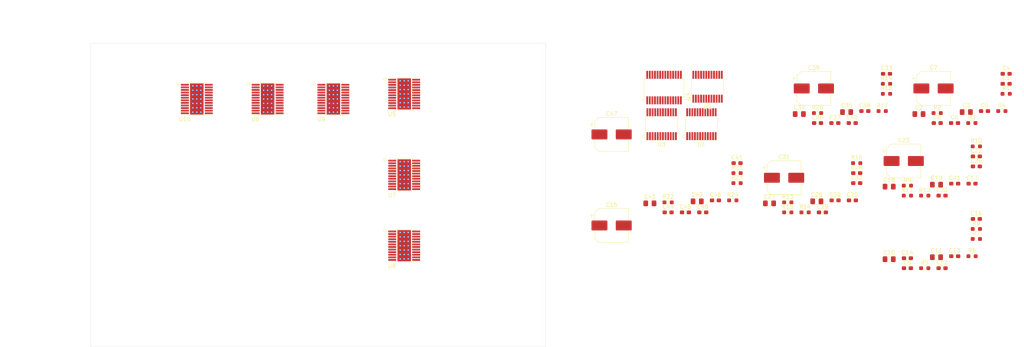
<source format=kicad_pcb>
(kicad_pcb (version 20171130) (host pcbnew "(5.1.9)-1")
  (layers (0 F.Cu signal) (31 B.Cu signal) (34 B.Paste user hide) (35 F.Paste user hide) (36 B.SilkS user) (37 F.SilkS user) (38 B.Mask user) (39 F.Mask user) (44 Edge.Cuts user))
  (net 0 "")
  (net 1 GND)
  (net 2 "Net-(C1-Pad1)")
  (net 3 "Net-(C2-Pad1)")
  (net 4 "Net-(C3-Pad1)")
  (net 5 "Net-(C4-Pad2)")
  (net 6 "Net-(C4-Pad1)")
  (net 7 +BATT)
  (net 8 "Net-(C6-Pad1)")
  (net 9 "Net-(C9-Pad1)")
  (net 10 "Net-(C10-Pad1)")
  (net 11 "Net-(C11-Pad1)")
  (net 12 "Net-(C12-Pad2)")
  (net 13 "Net-(C12-Pad1)")
  (net 14 "Net-(C14-Pad1)")
  (net 15 "Net-(C17-Pad1)")
  (net 16 "Net-(C18-Pad1)")
  (net 17 "Net-(C19-Pad1)")
  (net 18 "Net-(C20-Pad2)")
  (net 19 "Net-(C20-Pad1)")
  (net 20 "Net-(C22-Pad1)")
  (net 21 "Net-(C25-Pad1)")
  (net 22 "Net-(C26-Pad1)")
  (net 23 "Net-(C27-Pad1)")
  (net 24 "Net-(C28-Pad2)")
  (net 25 "Net-(C28-Pad1)")
  (net 26 "Net-(C30-Pad1)")
  (net 27 "Net-(C33-Pad1)")
  (net 28 "Net-(C34-Pad1)")
  (net 29 "Net-(C35-Pad1)")
  (net 30 "Net-(C36-Pad2)")
  (net 31 "Net-(C36-Pad1)")
  (net 32 "Net-(C38-Pad1)")
  (net 33 "Net-(C41-Pad1)")
  (net 34 "Net-(C42-Pad1)")
  (net 35 "Net-(C43-Pad1)")
  (net 36 "Net-(C44-Pad2)")
  (net 37 "Net-(C44-Pad1)")
  (net 38 "Net-(C46-Pad1)")
  (net 39 RRef4)
  (net 40 "Net-(R3-Pad2)")
  (net 41 /Motor4/~FAULT)
  (net 42 RRef6)
  (net 43 "Net-(R7-Pad2)")
  (net 44 /Motor6/~FAULT)
  (net 45 RRef5)
  (net 46 "Net-(R11-Pad2)")
  (net 47 /Motor5/~FAULT)
  (net 48 RRef3)
  (net 49 "Net-(R15-Pad2)")
  (net 50 /Motor3/~FAULT)
  (net 51 RRef2)
  (net 52 "Net-(R19-Pad2)")
  (net 53 /Motor2/~FAULT)
  (net 54 RRef1)
  (net 55 "Net-(R23-Pad2)")
  (net 56 /Motor1/~FAULT)
  (net 57 "Net-(U1-Pad24)")
  (net 58 "Net-(U1-Pad23)")
  (net 59 "Net-(U1-Pad22)")
  (net 60 "Net-(U1-Pad21)")
  (net 61 "Net-(U1-Pad20)")
  (net 62 /Motor2/~SLEEP)
  (net 63 /Motor2/ENABLE)
  (net 64 /Motor2/DIR)
  (net 65 /Motor2/M0)
  (net 66 /Motor2/M1)
  (net 67 /Motor2/TRQ)
  (net 68 /Motor2/DECAY)
  (net 69 /Motor1/~SLEEP)
  (net 70 /Motor1/ENABLE)
  (net 71 /Motor1/DIR)
  (net 72 /Motor1/M0)
  (net 73 /Motor1/M1)
  (net 74 /Motor1/TRQ)
  (net 75 /Motor1/DECAY)
  (net 76 "Net-(U1-Pad3)")
  (net 77 "Net-(U1-Pad2)")
  (net 78 "Net-(U1-Pad1)")
  (net 79 "Net-(U2-Pad24)")
  (net 80 "Net-(U2-Pad23)")
  (net 81 "Net-(U2-Pad22)")
  (net 82 "Net-(U2-Pad21)")
  (net 83 "Net-(U2-Pad20)")
  (net 84 /Motor4/~SLEEP)
  (net 85 /Motor4/ENABLE)
  (net 86 /Motor4/DIR)
  (net 87 /Motor4/M0)
  (net 88 /Motor4/M1)
  (net 89 /Motor4/TRQ)
  (net 90 /Motor4/DECAY)
  (net 91 /Motor3/~SLEEP)
  (net 92 /Motor3/ENABLE)
  (net 93 /Motor3/DIR)
  (net 94 /Motor3/M0)
  (net 95 /Motor3/M1)
  (net 96 /Motor3/TRQ)
  (net 97 /Motor3/DECAY)
  (net 98 "Net-(U2-Pad3)")
  (net 99 "Net-(U2-Pad2)")
  (net 100 "Net-(U2-Pad1)")
  (net 101 "Net-(U3-Pad24)")
  (net 102 "Net-(U3-Pad23)")
  (net 103 "Net-(U3-Pad22)")
  (net 104 "Net-(U3-Pad21)")
  (net 105 "Net-(U3-Pad20)")
  (net 106 /Motor6/~SLEEP)
  (net 107 /Motor6/ENABLE)
  (net 108 /Motor6/DIR)
  (net 109 /Motor6/M0)
  (net 110 /Motor6/M1)
  (net 111 /Motor6/TRQ)
  (net 112 /Motor6/DECAY)
  (net 113 /Motor5/~SLEEP)
  (net 114 /Motor5/ENABLE)
  (net 115 /Motor5/DIR)
  (net 116 /Motor5/M0)
  (net 117 /Motor5/M1)
  (net 118 /Motor5/TRQ)
  (net 119 /Motor5/DECAY)
  (net 120 "Net-(U3-Pad3)")
  (net 121 "Net-(U3-Pad2)")
  (net 122 "Net-(U3-Pad1)")
  (net 123 "Net-(U4-Pad28)")
  (net 124 "Net-(U4-Pad27)")
  (net 125 "Net-(U4-Pad26)")
  (net 126 "Net-(U4-Pad25)")
  (net 127 "Net-(U4-Pad24)")
  (net 128 "Net-(U4-Pad23)")
  (net 129 "Net-(U4-Pad22)")
  (net 130 "Net-(U4-Pad21)")
  (net 131 "Net-(U4-Pad20)")
  (net 132 "Net-(U4-Pad19)")
  (net 133 "Net-(U4-Pad18)")
  (net 134 "Net-(U4-Pad17)")
  (net 135 "Net-(U4-Pad16)")
  (net 136 "Net-(U4-Pad15)")
  (net 137 "Net-(U4-Pad14)")
  (net 138 "Net-(U4-Pad13)")
  (net 139 "Net-(U4-Pad12)")
  (net 140 "Net-(U4-Pad11)")
  (net 141 "Net-(U4-Pad10)")
  (net 142 "Net-(U4-Pad9)")
  (net 143 "Net-(U4-Pad8)")
  (net 144 "Net-(U4-Pad7)")
  (net 145 "Net-(U4-Pad6)")
  (net 146 "Net-(U4-Pad5)")
  (net 147 "Net-(U4-Pad4)")
  (net 148 "Net-(U4-Pad3)")
  (net 149 "Net-(U4-Pad2)")
  (net 150 "Net-(U4-Pad1)")
  (net 151 STEP4)
  (net 152 /Motor4/B1)
  (net 153 /Motor4/B2)
  (net 154 /Motor4/A2)
  (net 155 /Motor4/A1)
  (net 156 STEP6)
  (net 157 /Motor6/B1)
  (net 158 /Motor6/B2)
  (net 159 /Motor6/A2)
  (net 160 /Motor6/A1)
  (net 161 STEP5)
  (net 162 /Motor5/B1)
  (net 163 /Motor5/B2)
  (net 164 /Motor5/A2)
  (net 165 /Motor5/A1)
  (net 166 STEP3)
  (net 167 /Motor3/B1)
  (net 168 /Motor3/B2)
  (net 169 /Motor3/A2)
  (net 170 /Motor3/A1)
  (net 171 STEP2)
  (net 172 /Motor2/B1)
  (net 173 /Motor2/B2)
  (net 174 /Motor2/A2)
  (net 175 /Motor2/A1)
  (net 176 STEP1)
  (net 177 /Motor1/B1)
  (net 178 /Motor1/B2)
  (net 179 /Motor1/A2)
  (net 180 /Motor1/A1)
  (module motor_driver:DRV8886_HTSSOP-24 (layer F.Cu) (at 128.27 64.77)
    (fp_text reference U10 (at -3.048 5.08) (layer F.SilkS))
    (fp_text value DRV8886PWPR‎)
    (pad 25 smd rect (at 0 0) (size 3.4 7.8) (layers F.Cu) (net 1 GND))
    (pad 25 thru_hole circle (at 1 -2.2) (size 0.5 0.5) (drill 0.254) (layers *.Cu) (net 1 GND))
    (pad 25 thru_hole circle (at 1 1.1) (size 0.5 0.5) (drill 0.254) (layers *.Cu) (net 1 GND))
    (pad 25 thru_hole circle (at 1 2.2) (size 0.5 0.5) (drill 0.254) (layers *.Cu) (net 1 GND))
    (pad 25 thru_hole circle (at 1 -3.3) (size 0.5 0.5) (drill 0.254) (layers *.Cu) (net 1 GND))
    (pad 25 thru_hole circle (at 1 3.3) (size 0.5 0.5) (drill 0.254) (layers *.Cu) (net 1 GND))
    (pad 25 thru_hole circle (at 1 -1.1) (size 0.5 0.5) (drill 0.254) (layers *.Cu) (net 1 GND))
    (pad 25 thru_hole circle (at 1 0) (size 0.5 0.5) (drill 0.254) (layers *.Cu) (net 1 GND))
    (pad 25 thru_hole circle (at 0 0) (size 0.5 0.5) (drill 0.254) (layers *.Cu) (net 1 GND))
    (pad 25 thru_hole circle (at 0 -1.1) (size 0.5 0.5) (drill 0.254) (layers *.Cu) (net 1 GND))
    (pad 25 thru_hole circle (at 0 1.1) (size 0.5 0.5) (drill 0.254) (layers *.Cu) (net 1 GND))
    (pad 25 thru_hole circle (at 0 2.2) (size 0.5 0.5) (drill 0.254) (layers *.Cu) (net 1 GND))
    (pad 25 thru_hole circle (at 0 3.3) (size 0.5 0.5) (drill 0.254) (layers *.Cu) (net 1 GND))
    (pad 25 thru_hole circle (at 0 -2.2) (size 0.5 0.5) (drill 0.254) (layers *.Cu) (net 1 GND))
    (pad 25 thru_hole circle (at 0 -3.3) (size 0.5 0.5) (drill 0.254) (layers *.Cu) (net 1 GND))
    (pad 25 thru_hole circle (at -1 3.3) (size 0.5 0.5) (drill 0.254) (layers *.Cu) (net 1 GND))
    (pad 25 thru_hole circle (at -1 2.2) (size 0.5 0.5) (drill 0.254) (layers *.Cu) (net 1 GND))
    (pad 25 thru_hole circle (at -1 1.1) (size 0.5 0.5) (drill 0.254) (layers *.Cu) (net 1 GND))
    (pad 25 thru_hole circle (at -1 0) (size 0.5 0.5) (drill 0.254) (layers *.Cu) (net 1 GND))
    (pad 25 thru_hole circle (at -1 -1.1) (size 0.5 0.5) (drill 0.254) (layers *.Cu) (net 1 GND))
    (pad 25 thru_hole circle (at -1 -2.2) (size 0.5 0.5) (drill 0.254) (layers *.Cu) (net 1 GND))
    (pad 25 thru_hole circle (at -1 -3.3) (size 0.5 0.5) (drill 0.254) (layers *.Cu) (net 1 GND))
    (pad 24 smd rect (at 3 -3.575) (size 2 0.45) (layers F.Cu F.Paste F.Mask) (net 75 /Motor1/DECAY))
    (pad 23 smd rect (at 3 -2.925) (size 2 0.45) (layers F.Cu F.Paste F.Mask) (net 74 /Motor1/TRQ))
    (pad 22 smd rect (at 3 -2.275) (size 2 0.45) (layers F.Cu F.Paste F.Mask) (net 73 /Motor1/M1))
    (pad 21 smd rect (at 3 -1.625) (size 2 0.45) (layers F.Cu F.Paste F.Mask) (net 72 /Motor1/M0))
    (pad 20 smd rect (at 3 -0.975) (size 2 0.45) (layers F.Cu F.Paste F.Mask) (net 71 /Motor1/DIR))
    (pad 19 smd rect (at 3 -0.325) (size 2 0.45) (layers F.Cu F.Paste F.Mask) (net 176 STEP1))
    (pad 18 smd rect (at 3 0.325) (size 2 0.45) (layers F.Cu F.Paste F.Mask) (net 70 /Motor1/ENABLE))
    (pad 17 smd rect (at 3 0.975) (size 2 0.45) (layers F.Cu F.Paste F.Mask) (net 69 /Motor1/~SLEEP))
    (pad 16 smd rect (at 3 1.625) (size 2 0.45) (layers F.Cu F.Paste F.Mask) (net 55 "Net-(R23-Pad2)"))
    (pad 15 smd rect (at 3 2.275) (size 2 0.45) (layers F.Cu F.Paste F.Mask) (net 56 /Motor1/~FAULT))
    (pad 14 smd rect (at 3 2.925) (size 2 0.45) (layers F.Cu F.Paste F.Mask) (net 34 "Net-(C42-Pad1)"))
    (pad 13 smd rect (at 3 3.575) (size 2 0.45) (layers F.Cu F.Paste F.Mask) (net 35 "Net-(C43-Pad1)"))
    (pad 12 smd rect (at -3 3.575) (size 2 0.45) (layers F.Cu F.Paste F.Mask) (net 1 GND))
    (pad 11 smd rect (at -3 2.925) (size 2 0.45) (layers F.Cu F.Paste F.Mask) (net 7 +BATT))
    (pad 10 smd rect (at -3 2.275) (size 2 0.45) (layers F.Cu F.Paste F.Mask) (net 177 /Motor1/B1))
    (pad 9 smd rect (at -3 1.625) (size 2 0.45) (layers F.Cu F.Paste F.Mask) (net 1 GND))
    (pad 8 smd rect (at -3 0.975) (size 2 0.45) (layers F.Cu F.Paste F.Mask) (net 178 /Motor1/B2))
    (pad 7 smd rect (at -3 0.325) (size 2 0.45) (layers F.Cu F.Paste F.Mask) (net 179 /Motor1/A2))
    (pad 6 smd rect (at -3 -0.325) (size 2 0.45) (layers F.Cu F.Paste F.Mask) (net 1 GND))
    (pad 5 smd rect (at -3 -0.975) (size 2 0.45) (layers F.Cu F.Paste F.Mask) (net 180 /Motor1/A1))
    (pad 4 smd rect (at -3 -1.625) (size 2 0.45) (layers F.Cu F.Paste F.Mask) (net 7 +BATT))
    (pad 3 smd rect (at -3 -2.275) (size 2 0.45) (layers F.Cu F.Paste F.Mask) (net 38 "Net-(C46-Pad1)"))
    (pad 2 smd rect (at -3 -2.925) (size 2 0.45) (layers F.Cu F.Paste F.Mask) (net 36 "Net-(C44-Pad2)"))
    (pad 1 smd rect (at -3 -3.575) (size 2 0.45) (layers F.Cu F.Paste F.Mask) (net 37 "Net-(C44-Pad1)"))
  )
  (module motor_driver:DRV8886_HTSSOP-24 (layer F.Cu) (at 162.56 64.77)
    (fp_text reference U9 (at -3.048 5.08) (layer F.SilkS))
    (fp_text value DRV8886PWPR‎)
    (pad 25 smd rect (at 0 0) (size 3.4 7.8) (layers F.Cu) (net 1 GND))
    (pad 25 thru_hole circle (at 1 -2.2) (size 0.5 0.5) (drill 0.254) (layers *.Cu) (net 1 GND))
    (pad 25 thru_hole circle (at 1 1.1) (size 0.5 0.5) (drill 0.254) (layers *.Cu) (net 1 GND))
    (pad 25 thru_hole circle (at 1 2.2) (size 0.5 0.5) (drill 0.254) (layers *.Cu) (net 1 GND))
    (pad 25 thru_hole circle (at 1 -3.3) (size 0.5 0.5) (drill 0.254) (layers *.Cu) (net 1 GND))
    (pad 25 thru_hole circle (at 1 3.3) (size 0.5 0.5) (drill 0.254) (layers *.Cu) (net 1 GND))
    (pad 25 thru_hole circle (at 1 -1.1) (size 0.5 0.5) (drill 0.254) (layers *.Cu) (net 1 GND))
    (pad 25 thru_hole circle (at 1 0) (size 0.5 0.5) (drill 0.254) (layers *.Cu) (net 1 GND))
    (pad 25 thru_hole circle (at 0 0) (size 0.5 0.5) (drill 0.254) (layers *.Cu) (net 1 GND))
    (pad 25 thru_hole circle (at 0 -1.1) (size 0.5 0.5) (drill 0.254) (layers *.Cu) (net 1 GND))
    (pad 25 thru_hole circle (at 0 1.1) (size 0.5 0.5) (drill 0.254) (layers *.Cu) (net 1 GND))
    (pad 25 thru_hole circle (at 0 2.2) (size 0.5 0.5) (drill 0.254) (layers *.Cu) (net 1 GND))
    (pad 25 thru_hole circle (at 0 3.3) (size 0.5 0.5) (drill 0.254) (layers *.Cu) (net 1 GND))
    (pad 25 thru_hole circle (at 0 -2.2) (size 0.5 0.5) (drill 0.254) (layers *.Cu) (net 1 GND))
    (pad 25 thru_hole circle (at 0 -3.3) (size 0.5 0.5) (drill 0.254) (layers *.Cu) (net 1 GND))
    (pad 25 thru_hole circle (at -1 3.3) (size 0.5 0.5) (drill 0.254) (layers *.Cu) (net 1 GND))
    (pad 25 thru_hole circle (at -1 2.2) (size 0.5 0.5) (drill 0.254) (layers *.Cu) (net 1 GND))
    (pad 25 thru_hole circle (at -1 1.1) (size 0.5 0.5) (drill 0.254) (layers *.Cu) (net 1 GND))
    (pad 25 thru_hole circle (at -1 0) (size 0.5 0.5) (drill 0.254) (layers *.Cu) (net 1 GND))
    (pad 25 thru_hole circle (at -1 -1.1) (size 0.5 0.5) (drill 0.254) (layers *.Cu) (net 1 GND))
    (pad 25 thru_hole circle (at -1 -2.2) (size 0.5 0.5) (drill 0.254) (layers *.Cu) (net 1 GND))
    (pad 25 thru_hole circle (at -1 -3.3) (size 0.5 0.5) (drill 0.254) (layers *.Cu) (net 1 GND))
    (pad 24 smd rect (at 3 -3.575) (size 2 0.45) (layers F.Cu F.Paste F.Mask) (net 68 /Motor2/DECAY))
    (pad 23 smd rect (at 3 -2.925) (size 2 0.45) (layers F.Cu F.Paste F.Mask) (net 67 /Motor2/TRQ))
    (pad 22 smd rect (at 3 -2.275) (size 2 0.45) (layers F.Cu F.Paste F.Mask) (net 66 /Motor2/M1))
    (pad 21 smd rect (at 3 -1.625) (size 2 0.45) (layers F.Cu F.Paste F.Mask) (net 65 /Motor2/M0))
    (pad 20 smd rect (at 3 -0.975) (size 2 0.45) (layers F.Cu F.Paste F.Mask) (net 64 /Motor2/DIR))
    (pad 19 smd rect (at 3 -0.325) (size 2 0.45) (layers F.Cu F.Paste F.Mask) (net 171 STEP2))
    (pad 18 smd rect (at 3 0.325) (size 2 0.45) (layers F.Cu F.Paste F.Mask) (net 63 /Motor2/ENABLE))
    (pad 17 smd rect (at 3 0.975) (size 2 0.45) (layers F.Cu F.Paste F.Mask) (net 62 /Motor2/~SLEEP))
    (pad 16 smd rect (at 3 1.625) (size 2 0.45) (layers F.Cu F.Paste F.Mask) (net 52 "Net-(R19-Pad2)"))
    (pad 15 smd rect (at 3 2.275) (size 2 0.45) (layers F.Cu F.Paste F.Mask) (net 53 /Motor2/~FAULT))
    (pad 14 smd rect (at 3 2.925) (size 2 0.45) (layers F.Cu F.Paste F.Mask) (net 28 "Net-(C34-Pad1)"))
    (pad 13 smd rect (at 3 3.575) (size 2 0.45) (layers F.Cu F.Paste F.Mask) (net 29 "Net-(C35-Pad1)"))
    (pad 12 smd rect (at -3 3.575) (size 2 0.45) (layers F.Cu F.Paste F.Mask) (net 1 GND))
    (pad 11 smd rect (at -3 2.925) (size 2 0.45) (layers F.Cu F.Paste F.Mask) (net 7 +BATT))
    (pad 10 smd rect (at -3 2.275) (size 2 0.45) (layers F.Cu F.Paste F.Mask) (net 172 /Motor2/B1))
    (pad 9 smd rect (at -3 1.625) (size 2 0.45) (layers F.Cu F.Paste F.Mask) (net 1 GND))
    (pad 8 smd rect (at -3 0.975) (size 2 0.45) (layers F.Cu F.Paste F.Mask) (net 173 /Motor2/B2))
    (pad 7 smd rect (at -3 0.325) (size 2 0.45) (layers F.Cu F.Paste F.Mask) (net 174 /Motor2/A2))
    (pad 6 smd rect (at -3 -0.325) (size 2 0.45) (layers F.Cu F.Paste F.Mask) (net 1 GND))
    (pad 5 smd rect (at -3 -0.975) (size 2 0.45) (layers F.Cu F.Paste F.Mask) (net 175 /Motor2/A1))
    (pad 4 smd rect (at -3 -1.625) (size 2 0.45) (layers F.Cu F.Paste F.Mask) (net 7 +BATT))
    (pad 3 smd rect (at -3 -2.275) (size 2 0.45) (layers F.Cu F.Paste F.Mask) (net 32 "Net-(C38-Pad1)"))
    (pad 2 smd rect (at -3 -2.925) (size 2 0.45) (layers F.Cu F.Paste F.Mask) (net 30 "Net-(C36-Pad2)"))
    (pad 1 smd rect (at -3 -3.575) (size 2 0.45) (layers F.Cu F.Paste F.Mask) (net 31 "Net-(C36-Pad1)"))
  )
  (module motor_driver:DRV8886_HTSSOP-24 (layer F.Cu) (at 180.34 101.6)
    (fp_text reference U8 (at -3.048 5.08) (layer F.SilkS))
    (fp_text value DRV8886PWPR‎)
    (pad 25 smd rect (at 0 0) (size 3.4 7.8) (layers F.Cu) (net 1 GND))
    (pad 25 thru_hole circle (at 1 -2.2) (size 0.5 0.5) (drill 0.254) (layers *.Cu) (net 1 GND))
    (pad 25 thru_hole circle (at 1 1.1) (size 0.5 0.5) (drill 0.254) (layers *.Cu) (net 1 GND))
    (pad 25 thru_hole circle (at 1 2.2) (size 0.5 0.5) (drill 0.254) (layers *.Cu) (net 1 GND))
    (pad 25 thru_hole circle (at 1 -3.3) (size 0.5 0.5) (drill 0.254) (layers *.Cu) (net 1 GND))
    (pad 25 thru_hole circle (at 1 3.3) (size 0.5 0.5) (drill 0.254) (layers *.Cu) (net 1 GND))
    (pad 25 thru_hole circle (at 1 -1.1) (size 0.5 0.5) (drill 0.254) (layers *.Cu) (net 1 GND))
    (pad 25 thru_hole circle (at 1 0) (size 0.5 0.5) (drill 0.254) (layers *.Cu) (net 1 GND))
    (pad 25 thru_hole circle (at 0 0) (size 0.5 0.5) (drill 0.254) (layers *.Cu) (net 1 GND))
    (pad 25 thru_hole circle (at 0 -1.1) (size 0.5 0.5) (drill 0.254) (layers *.Cu) (net 1 GND))
    (pad 25 thru_hole circle (at 0 1.1) (size 0.5 0.5) (drill 0.254) (layers *.Cu) (net 1 GND))
    (pad 25 thru_hole circle (at 0 2.2) (size 0.5 0.5) (drill 0.254) (layers *.Cu) (net 1 GND))
    (pad 25 thru_hole circle (at 0 3.3) (size 0.5 0.5) (drill 0.254) (layers *.Cu) (net 1 GND))
    (pad 25 thru_hole circle (at 0 -2.2) (size 0.5 0.5) (drill 0.254) (layers *.Cu) (net 1 GND))
    (pad 25 thru_hole circle (at 0 -3.3) (size 0.5 0.5) (drill 0.254) (layers *.Cu) (net 1 GND))
    (pad 25 thru_hole circle (at -1 3.3) (size 0.5 0.5) (drill 0.254) (layers *.Cu) (net 1 GND))
    (pad 25 thru_hole circle (at -1 2.2) (size 0.5 0.5) (drill 0.254) (layers *.Cu) (net 1 GND))
    (pad 25 thru_hole circle (at -1 1.1) (size 0.5 0.5) (drill 0.254) (layers *.Cu) (net 1 GND))
    (pad 25 thru_hole circle (at -1 0) (size 0.5 0.5) (drill 0.254) (layers *.Cu) (net 1 GND))
    (pad 25 thru_hole circle (at -1 -1.1) (size 0.5 0.5) (drill 0.254) (layers *.Cu) (net 1 GND))
    (pad 25 thru_hole circle (at -1 -2.2) (size 0.5 0.5) (drill 0.254) (layers *.Cu) (net 1 GND))
    (pad 25 thru_hole circle (at -1 -3.3) (size 0.5 0.5) (drill 0.254) (layers *.Cu) (net 1 GND))
    (pad 24 smd rect (at 3 -3.575) (size 2 0.45) (layers F.Cu F.Paste F.Mask) (net 97 /Motor3/DECAY))
    (pad 23 smd rect (at 3 -2.925) (size 2 0.45) (layers F.Cu F.Paste F.Mask) (net 96 /Motor3/TRQ))
    (pad 22 smd rect (at 3 -2.275) (size 2 0.45) (layers F.Cu F.Paste F.Mask) (net 95 /Motor3/M1))
    (pad 21 smd rect (at 3 -1.625) (size 2 0.45) (layers F.Cu F.Paste F.Mask) (net 94 /Motor3/M0))
    (pad 20 smd rect (at 3 -0.975) (size 2 0.45) (layers F.Cu F.Paste F.Mask) (net 93 /Motor3/DIR))
    (pad 19 smd rect (at 3 -0.325) (size 2 0.45) (layers F.Cu F.Paste F.Mask) (net 166 STEP3))
    (pad 18 smd rect (at 3 0.325) (size 2 0.45) (layers F.Cu F.Paste F.Mask) (net 92 /Motor3/ENABLE))
    (pad 17 smd rect (at 3 0.975) (size 2 0.45) (layers F.Cu F.Paste F.Mask) (net 91 /Motor3/~SLEEP))
    (pad 16 smd rect (at 3 1.625) (size 2 0.45) (layers F.Cu F.Paste F.Mask) (net 49 "Net-(R15-Pad2)"))
    (pad 15 smd rect (at 3 2.275) (size 2 0.45) (layers F.Cu F.Paste F.Mask) (net 50 /Motor3/~FAULT))
    (pad 14 smd rect (at 3 2.925) (size 2 0.45) (layers F.Cu F.Paste F.Mask) (net 22 "Net-(C26-Pad1)"))
    (pad 13 smd rect (at 3 3.575) (size 2 0.45) (layers F.Cu F.Paste F.Mask) (net 23 "Net-(C27-Pad1)"))
    (pad 12 smd rect (at -3 3.575) (size 2 0.45) (layers F.Cu F.Paste F.Mask) (net 1 GND))
    (pad 11 smd rect (at -3 2.925) (size 2 0.45) (layers F.Cu F.Paste F.Mask) (net 7 +BATT))
    (pad 10 smd rect (at -3 2.275) (size 2 0.45) (layers F.Cu F.Paste F.Mask) (net 167 /Motor3/B1))
    (pad 9 smd rect (at -3 1.625) (size 2 0.45) (layers F.Cu F.Paste F.Mask) (net 1 GND))
    (pad 8 smd rect (at -3 0.975) (size 2 0.45) (layers F.Cu F.Paste F.Mask) (net 168 /Motor3/B2))
    (pad 7 smd rect (at -3 0.325) (size 2 0.45) (layers F.Cu F.Paste F.Mask) (net 169 /Motor3/A2))
    (pad 6 smd rect (at -3 -0.325) (size 2 0.45) (layers F.Cu F.Paste F.Mask) (net 1 GND))
    (pad 5 smd rect (at -3 -0.975) (size 2 0.45) (layers F.Cu F.Paste F.Mask) (net 170 /Motor3/A1))
    (pad 4 smd rect (at -3 -1.625) (size 2 0.45) (layers F.Cu F.Paste F.Mask) (net 7 +BATT))
    (pad 3 smd rect (at -3 -2.275) (size 2 0.45) (layers F.Cu F.Paste F.Mask) (net 26 "Net-(C30-Pad1)"))
    (pad 2 smd rect (at -3 -2.925) (size 2 0.45) (layers F.Cu F.Paste F.Mask) (net 24 "Net-(C28-Pad2)"))
    (pad 1 smd rect (at -3 -3.575) (size 2 0.45) (layers F.Cu F.Paste F.Mask) (net 25 "Net-(C28-Pad1)"))
  )
  (module motor_driver:DRV8886_HTSSOP-24 (layer F.Cu) (at 180.34 83.82)
    (fp_text reference U7 (at -3.048 5.08) (layer F.SilkS))
    (fp_text value DRV8886PWPR‎)
    (pad 25 smd rect (at 0 0) (size 3.4 7.8) (layers F.Cu) (net 1 GND))
    (pad 25 thru_hole circle (at 1 -2.2) (size 0.5 0.5) (drill 0.254) (layers *.Cu) (net 1 GND))
    (pad 25 thru_hole circle (at 1 1.1) (size 0.5 0.5) (drill 0.254) (layers *.Cu) (net 1 GND))
    (pad 25 thru_hole circle (at 1 2.2) (size 0.5 0.5) (drill 0.254) (layers *.Cu) (net 1 GND))
    (pad 25 thru_hole circle (at 1 -3.3) (size 0.5 0.5) (drill 0.254) (layers *.Cu) (net 1 GND))
    (pad 25 thru_hole circle (at 1 3.3) (size 0.5 0.5) (drill 0.254) (layers *.Cu) (net 1 GND))
    (pad 25 thru_hole circle (at 1 -1.1) (size 0.5 0.5) (drill 0.254) (layers *.Cu) (net 1 GND))
    (pad 25 thru_hole circle (at 1 0) (size 0.5 0.5) (drill 0.254) (layers *.Cu) (net 1 GND))
    (pad 25 thru_hole circle (at 0 0) (size 0.5 0.5) (drill 0.254) (layers *.Cu) (net 1 GND))
    (pad 25 thru_hole circle (at 0 -1.1) (size 0.5 0.5) (drill 0.254) (layers *.Cu) (net 1 GND))
    (pad 25 thru_hole circle (at 0 1.1) (size 0.5 0.5) (drill 0.254) (layers *.Cu) (net 1 GND))
    (pad 25 thru_hole circle (at 0 2.2) (size 0.5 0.5) (drill 0.254) (layers *.Cu) (net 1 GND))
    (pad 25 thru_hole circle (at 0 3.3) (size 0.5 0.5) (drill 0.254) (layers *.Cu) (net 1 GND))
    (pad 25 thru_hole circle (at 0 -2.2) (size 0.5 0.5) (drill 0.254) (layers *.Cu) (net 1 GND))
    (pad 25 thru_hole circle (at 0 -3.3) (size 0.5 0.5) (drill 0.254) (layers *.Cu) (net 1 GND))
    (pad 25 thru_hole circle (at -1 3.3) (size 0.5 0.5) (drill 0.254) (layers *.Cu) (net 1 GND))
    (pad 25 thru_hole circle (at -1 2.2) (size 0.5 0.5) (drill 0.254) (layers *.Cu) (net 1 GND))
    (pad 25 thru_hole circle (at -1 1.1) (size 0.5 0.5) (drill 0.254) (layers *.Cu) (net 1 GND))
    (pad 25 thru_hole circle (at -1 0) (size 0.5 0.5) (drill 0.254) (layers *.Cu) (net 1 GND))
    (pad 25 thru_hole circle (at -1 -1.1) (size 0.5 0.5) (drill 0.254) (layers *.Cu) (net 1 GND))
    (pad 25 thru_hole circle (at -1 -2.2) (size 0.5 0.5) (drill 0.254) (layers *.Cu) (net 1 GND))
    (pad 25 thru_hole circle (at -1 -3.3) (size 0.5 0.5) (drill 0.254) (layers *.Cu) (net 1 GND))
    (pad 24 smd rect (at 3 -3.575) (size 2 0.45) (layers F.Cu F.Paste F.Mask) (net 119 /Motor5/DECAY))
    (pad 23 smd rect (at 3 -2.925) (size 2 0.45) (layers F.Cu F.Paste F.Mask) (net 118 /Motor5/TRQ))
    (pad 22 smd rect (at 3 -2.275) (size 2 0.45) (layers F.Cu F.Paste F.Mask) (net 117 /Motor5/M1))
    (pad 21 smd rect (at 3 -1.625) (size 2 0.45) (layers F.Cu F.Paste F.Mask) (net 116 /Motor5/M0))
    (pad 20 smd rect (at 3 -0.975) (size 2 0.45) (layers F.Cu F.Paste F.Mask) (net 115 /Motor5/DIR))
    (pad 19 smd rect (at 3 -0.325) (size 2 0.45) (layers F.Cu F.Paste F.Mask) (net 161 STEP5))
    (pad 18 smd rect (at 3 0.325) (size 2 0.45) (layers F.Cu F.Paste F.Mask) (net 114 /Motor5/ENABLE))
    (pad 17 smd rect (at 3 0.975) (size 2 0.45) (layers F.Cu F.Paste F.Mask) (net 113 /Motor5/~SLEEP))
    (pad 16 smd rect (at 3 1.625) (size 2 0.45) (layers F.Cu F.Paste F.Mask) (net 46 "Net-(R11-Pad2)"))
    (pad 15 smd rect (at 3 2.275) (size 2 0.45) (layers F.Cu F.Paste F.Mask) (net 47 /Motor5/~FAULT))
    (pad 14 smd rect (at 3 2.925) (size 2 0.45) (layers F.Cu F.Paste F.Mask) (net 16 "Net-(C18-Pad1)"))
    (pad 13 smd rect (at 3 3.575) (size 2 0.45) (layers F.Cu F.Paste F.Mask) (net 17 "Net-(C19-Pad1)"))
    (pad 12 smd rect (at -3 3.575) (size 2 0.45) (layers F.Cu F.Paste F.Mask) (net 1 GND))
    (pad 11 smd rect (at -3 2.925) (size 2 0.45) (layers F.Cu F.Paste F.Mask) (net 7 +BATT))
    (pad 10 smd rect (at -3 2.275) (size 2 0.45) (layers F.Cu F.Paste F.Mask) (net 162 /Motor5/B1))
    (pad 9 smd rect (at -3 1.625) (size 2 0.45) (layers F.Cu F.Paste F.Mask) (net 1 GND))
    (pad 8 smd rect (at -3 0.975) (size 2 0.45) (layers F.Cu F.Paste F.Mask) (net 163 /Motor5/B2))
    (pad 7 smd rect (at -3 0.325) (size 2 0.45) (layers F.Cu F.Paste F.Mask) (net 164 /Motor5/A2))
    (pad 6 smd rect (at -3 -0.325) (size 2 0.45) (layers F.Cu F.Paste F.Mask) (net 1 GND))
    (pad 5 smd rect (at -3 -0.975) (size 2 0.45) (layers F.Cu F.Paste F.Mask) (net 165 /Motor5/A1))
    (pad 4 smd rect (at -3 -1.625) (size 2 0.45) (layers F.Cu F.Paste F.Mask) (net 7 +BATT))
    (pad 3 smd rect (at -3 -2.275) (size 2 0.45) (layers F.Cu F.Paste F.Mask) (net 20 "Net-(C22-Pad1)"))
    (pad 2 smd rect (at -3 -2.925) (size 2 0.45) (layers F.Cu F.Paste F.Mask) (net 18 "Net-(C20-Pad2)"))
    (pad 1 smd rect (at -3 -3.575) (size 2 0.45) (layers F.Cu F.Paste F.Mask) (net 19 "Net-(C20-Pad1)"))
  )
  (module motor_driver:DRV8886_HTSSOP-24 (layer F.Cu) (at 146.05 64.77)
    (fp_text reference U6 (at -3.048 5.08) (layer F.SilkS))
    (fp_text value DRV8886PWPR‎)
    (pad 25 smd rect (at 0 0) (size 3.4 7.8) (layers F.Cu) (net 1 GND))
    (pad 25 thru_hole circle (at 1 -2.2) (size 0.5 0.5) (drill 0.254) (layers *.Cu) (net 1 GND))
    (pad 25 thru_hole circle (at 1 1.1) (size 0.5 0.5) (drill 0.254) (layers *.Cu) (net 1 GND))
    (pad 25 thru_hole circle (at 1 2.2) (size 0.5 0.5) (drill 0.254) (layers *.Cu) (net 1 GND))
    (pad 25 thru_hole circle (at 1 -3.3) (size 0.5 0.5) (drill 0.254) (layers *.Cu) (net 1 GND))
    (pad 25 thru_hole circle (at 1 3.3) (size 0.5 0.5) (drill 0.254) (layers *.Cu) (net 1 GND))
    (pad 25 thru_hole circle (at 1 -1.1) (size 0.5 0.5) (drill 0.254) (layers *.Cu) (net 1 GND))
    (pad 25 thru_hole circle (at 1 0) (size 0.5 0.5) (drill 0.254) (layers *.Cu) (net 1 GND))
    (pad 25 thru_hole circle (at 0 0) (size 0.5 0.5) (drill 0.254) (layers *.Cu) (net 1 GND))
    (pad 25 thru_hole circle (at 0 -1.1) (size 0.5 0.5) (drill 0.254) (layers *.Cu) (net 1 GND))
    (pad 25 thru_hole circle (at 0 1.1) (size 0.5 0.5) (drill 0.254) (layers *.Cu) (net 1 GND))
    (pad 25 thru_hole circle (at 0 2.2) (size 0.5 0.5) (drill 0.254) (layers *.Cu) (net 1 GND))
    (pad 25 thru_hole circle (at 0 3.3) (size 0.5 0.5) (drill 0.254) (layers *.Cu) (net 1 GND))
    (pad 25 thru_hole circle (at 0 -2.2) (size 0.5 0.5) (drill 0.254) (layers *.Cu) (net 1 GND))
    (pad 25 thru_hole circle (at 0 -3.3) (size 0.5 0.5) (drill 0.254) (layers *.Cu) (net 1 GND))
    (pad 25 thru_hole circle (at -1 3.3) (size 0.5 0.5) (drill 0.254) (layers *.Cu) (net 1 GND))
    (pad 25 thru_hole circle (at -1 2.2) (size 0.5 0.5) (drill 0.254) (layers *.Cu) (net 1 GND))
    (pad 25 thru_hole circle (at -1 1.1) (size 0.5 0.5) (drill 0.254) (layers *.Cu) (net 1 GND))
    (pad 25 thru_hole circle (at -1 0) (size 0.5 0.5) (drill 0.254) (layers *.Cu) (net 1 GND))
    (pad 25 thru_hole circle (at -1 -1.1) (size 0.5 0.5) (drill 0.254) (layers *.Cu) (net 1 GND))
    (pad 25 thru_hole circle (at -1 -2.2) (size 0.5 0.5) (drill 0.254) (layers *.Cu) (net 1 GND))
    (pad 25 thru_hole circle (at -1 -3.3) (size 0.5 0.5) (drill 0.254) (layers *.Cu) (net 1 GND))
    (pad 24 smd rect (at 3 -3.575) (size 2 0.45) (layers F.Cu F.Paste F.Mask) (net 112 /Motor6/DECAY))
    (pad 23 smd rect (at 3 -2.925) (size 2 0.45) (layers F.Cu F.Paste F.Mask) (net 111 /Motor6/TRQ))
    (pad 22 smd rect (at 3 -2.275) (size 2 0.45) (layers F.Cu F.Paste F.Mask) (net 110 /Motor6/M1))
    (pad 21 smd rect (at 3 -1.625) (size 2 0.45) (layers F.Cu F.Paste F.Mask) (net 109 /Motor6/M0))
    (pad 20 smd rect (at 3 -0.975) (size 2 0.45) (layers F.Cu F.Paste F.Mask) (net 108 /Motor6/DIR))
    (pad 19 smd rect (at 3 -0.325) (size 2 0.45) (layers F.Cu F.Paste F.Mask) (net 156 STEP6))
    (pad 18 smd rect (at 3 0.325) (size 2 0.45) (layers F.Cu F.Paste F.Mask) (net 107 /Motor6/ENABLE))
    (pad 17 smd rect (at 3 0.975) (size 2 0.45) (layers F.Cu F.Paste F.Mask) (net 106 /Motor6/~SLEEP))
    (pad 16 smd rect (at 3 1.625) (size 2 0.45) (layers F.Cu F.Paste F.Mask) (net 43 "Net-(R7-Pad2)"))
    (pad 15 smd rect (at 3 2.275) (size 2 0.45) (layers F.Cu F.Paste F.Mask) (net 44 /Motor6/~FAULT))
    (pad 14 smd rect (at 3 2.925) (size 2 0.45) (layers F.Cu F.Paste F.Mask) (net 10 "Net-(C10-Pad1)"))
    (pad 13 smd rect (at 3 3.575) (size 2 0.45) (layers F.Cu F.Paste F.Mask) (net 11 "Net-(C11-Pad1)"))
    (pad 12 smd rect (at -3 3.575) (size 2 0.45) (layers F.Cu F.Paste F.Mask) (net 1 GND))
    (pad 11 smd rect (at -3 2.925) (size 2 0.45) (layers F.Cu F.Paste F.Mask) (net 7 +BATT))
    (pad 10 smd rect (at -3 2.275) (size 2 0.45) (layers F.Cu F.Paste F.Mask) (net 157 /Motor6/B1))
    (pad 9 smd rect (at -3 1.625) (size 2 0.45) (layers F.Cu F.Paste F.Mask) (net 1 GND))
    (pad 8 smd rect (at -3 0.975) (size 2 0.45) (layers F.Cu F.Paste F.Mask) (net 158 /Motor6/B2))
    (pad 7 smd rect (at -3 0.325) (size 2 0.45) (layers F.Cu F.Paste F.Mask) (net 159 /Motor6/A2))
    (pad 6 smd rect (at -3 -0.325) (size 2 0.45) (layers F.Cu F.Paste F.Mask) (net 1 GND))
    (pad 5 smd rect (at -3 -0.975) (size 2 0.45) (layers F.Cu F.Paste F.Mask) (net 160 /Motor6/A1))
    (pad 4 smd rect (at -3 -1.625) (size 2 0.45) (layers F.Cu F.Paste F.Mask) (net 7 +BATT))
    (pad 3 smd rect (at -3 -2.275) (size 2 0.45) (layers F.Cu F.Paste F.Mask) (net 14 "Net-(C14-Pad1)"))
    (pad 2 smd rect (at -3 -2.925) (size 2 0.45) (layers F.Cu F.Paste F.Mask) (net 12 "Net-(C12-Pad2)"))
    (pad 1 smd rect (at -3 -3.575) (size 2 0.45) (layers F.Cu F.Paste F.Mask) (net 13 "Net-(C12-Pad1)"))
  )
  (module motor_driver:DRV8886_HTSSOP-24 (layer F.Cu) (at 180.34 63.5)
    (fp_text reference U5 (at -3.048 5.08) (layer F.SilkS))
    (fp_text value DRV8886PWPR‎)
    (pad 25 smd rect (at 0 0) (size 3.4 7.8) (layers F.Cu) (net 1 GND))
    (pad 25 thru_hole circle (at 1 -2.2) (size 0.5 0.5) (drill 0.254) (layers *.Cu) (net 1 GND))
    (pad 25 thru_hole circle (at 1 1.1) (size 0.5 0.5) (drill 0.254) (layers *.Cu) (net 1 GND))
    (pad 25 thru_hole circle (at 1 2.2) (size 0.5 0.5) (drill 0.254) (layers *.Cu) (net 1 GND))
    (pad 25 thru_hole circle (at 1 -3.3) (size 0.5 0.5) (drill 0.254) (layers *.Cu) (net 1 GND))
    (pad 25 thru_hole circle (at 1 3.3) (size 0.5 0.5) (drill 0.254) (layers *.Cu) (net 1 GND))
    (pad 25 thru_hole circle (at 1 -1.1) (size 0.5 0.5) (drill 0.254) (layers *.Cu) (net 1 GND))
    (pad 25 thru_hole circle (at 1 0) (size 0.5 0.5) (drill 0.254) (layers *.Cu) (net 1 GND))
    (pad 25 thru_hole circle (at 0 0) (size 0.5 0.5) (drill 0.254) (layers *.Cu) (net 1 GND))
    (pad 25 thru_hole circle (at 0 -1.1) (size 0.5 0.5) (drill 0.254) (layers *.Cu) (net 1 GND))
    (pad 25 thru_hole circle (at 0 1.1) (size 0.5 0.5) (drill 0.254) (layers *.Cu) (net 1 GND))
    (pad 25 thru_hole circle (at 0 2.2) (size 0.5 0.5) (drill 0.254) (layers *.Cu) (net 1 GND))
    (pad 25 thru_hole circle (at 0 3.3) (size 0.5 0.5) (drill 0.254) (layers *.Cu) (net 1 GND))
    (pad 25 thru_hole circle (at 0 -2.2) (size 0.5 0.5) (drill 0.254) (layers *.Cu) (net 1 GND))
    (pad 25 thru_hole circle (at 0 -3.3) (size 0.5 0.5) (drill 0.254) (layers *.Cu) (net 1 GND))
    (pad 25 thru_hole circle (at -1 3.3) (size 0.5 0.5) (drill 0.254) (layers *.Cu) (net 1 GND))
    (pad 25 thru_hole circle (at -1 2.2) (size 0.5 0.5) (drill 0.254) (layers *.Cu) (net 1 GND))
    (pad 25 thru_hole circle (at -1 1.1) (size 0.5 0.5) (drill 0.254) (layers *.Cu) (net 1 GND))
    (pad 25 thru_hole circle (at -1 0) (size 0.5 0.5) (drill 0.254) (layers *.Cu) (net 1 GND))
    (pad 25 thru_hole circle (at -1 -1.1) (size 0.5 0.5) (drill 0.254) (layers *.Cu) (net 1 GND))
    (pad 25 thru_hole circle (at -1 -2.2) (size 0.5 0.5) (drill 0.254) (layers *.Cu) (net 1 GND))
    (pad 25 thru_hole circle (at -1 -3.3) (size 0.5 0.5) (drill 0.254) (layers *.Cu) (net 1 GND))
    (pad 24 smd rect (at 3 -3.575) (size 2 0.45) (layers F.Cu F.Paste F.Mask) (net 90 /Motor4/DECAY))
    (pad 23 smd rect (at 3 -2.925) (size 2 0.45) (layers F.Cu F.Paste F.Mask) (net 89 /Motor4/TRQ))
    (pad 22 smd rect (at 3 -2.275) (size 2 0.45) (layers F.Cu F.Paste F.Mask) (net 88 /Motor4/M1))
    (pad 21 smd rect (at 3 -1.625) (size 2 0.45) (layers F.Cu F.Paste F.Mask) (net 87 /Motor4/M0))
    (pad 20 smd rect (at 3 -0.975) (size 2 0.45) (layers F.Cu F.Paste F.Mask) (net 86 /Motor4/DIR))
    (pad 19 smd rect (at 3 -0.325) (size 2 0.45) (layers F.Cu F.Paste F.Mask) (net 151 STEP4))
    (pad 18 smd rect (at 3 0.325) (size 2 0.45) (layers F.Cu F.Paste F.Mask) (net 85 /Motor4/ENABLE))
    (pad 17 smd rect (at 3 0.975) (size 2 0.45) (layers F.Cu F.Paste F.Mask) (net 84 /Motor4/~SLEEP))
    (pad 16 smd rect (at 3 1.625) (size 2 0.45) (layers F.Cu F.Paste F.Mask) (net 40 "Net-(R3-Pad2)"))
    (pad 15 smd rect (at 3 2.275) (size 2 0.45) (layers F.Cu F.Paste F.Mask) (net 41 /Motor4/~FAULT))
    (pad 14 smd rect (at 3 2.925) (size 2 0.45) (layers F.Cu F.Paste F.Mask) (net 3 "Net-(C2-Pad1)"))
    (pad 13 smd rect (at 3 3.575) (size 2 0.45) (layers F.Cu F.Paste F.Mask) (net 4 "Net-(C3-Pad1)"))
    (pad 12 smd rect (at -3 3.575) (size 2 0.45) (layers F.Cu F.Paste F.Mask) (net 1 GND))
    (pad 11 smd rect (at -3 2.925) (size 2 0.45) (layers F.Cu F.Paste F.Mask) (net 7 +BATT))
    (pad 10 smd rect (at -3 2.275) (size 2 0.45) (layers F.Cu F.Paste F.Mask) (net 152 /Motor4/B1))
    (pad 9 smd rect (at -3 1.625) (size 2 0.45) (layers F.Cu F.Paste F.Mask) (net 1 GND))
    (pad 8 smd rect (at -3 0.975) (size 2 0.45) (layers F.Cu F.Paste F.Mask) (net 153 /Motor4/B2))
    (pad 7 smd rect (at -3 0.325) (size 2 0.45) (layers F.Cu F.Paste F.Mask) (net 154 /Motor4/A2))
    (pad 6 smd rect (at -3 -0.325) (size 2 0.45) (layers F.Cu F.Paste F.Mask) (net 1 GND))
    (pad 5 smd rect (at -3 -0.975) (size 2 0.45) (layers F.Cu F.Paste F.Mask) (net 155 /Motor4/A1))
    (pad 4 smd rect (at -3 -1.625) (size 2 0.45) (layers F.Cu F.Paste F.Mask) (net 7 +BATT))
    (pad 3 smd rect (at -3 -2.275) (size 2 0.45) (layers F.Cu F.Paste F.Mask) (net 8 "Net-(C6-Pad1)"))
    (pad 2 smd rect (at -3 -2.925) (size 2 0.45) (layers F.Cu F.Paste F.Mask) (net 5 "Net-(C4-Pad2)"))
    (pad 1 smd rect (at -3 -3.575) (size 2 0.45) (layers F.Cu F.Paste F.Mask) (net 6 "Net-(C4-Pad1)"))
  )
  (module motor_driver:PC9685_TSSOP28 (layer F.Cu) (at 245.575806 61.894999)
    (fp_text reference U4 (at 5.9944 2.2098 90) (layer F.SilkS))
    (fp_text value PCA9685PW)
    (pad 28 smd rect (at -4.225 -3.2) (size 0.45 2) (layers F.Cu F.Paste F.Mask) (net 123 "Net-(U4-Pad28)"))
    (pad 27 smd rect (at -3.575 -3.2) (size 0.45 2) (layers F.Cu F.Paste F.Mask) (net 124 "Net-(U4-Pad27)"))
    (pad 26 smd rect (at -2.925 -3.2) (size 0.45 2) (layers F.Cu F.Paste F.Mask) (net 125 "Net-(U4-Pad26)"))
    (pad 25 smd rect (at -2.275 -3.2) (size 0.45 2) (layers F.Cu F.Paste F.Mask) (net 126 "Net-(U4-Pad25)"))
    (pad 24 smd rect (at -1.625 -3.2) (size 0.45 2) (layers F.Cu F.Paste F.Mask) (net 127 "Net-(U4-Pad24)"))
    (pad 23 smd rect (at -0.975 -3.2) (size 0.45 2) (layers F.Cu F.Paste F.Mask) (net 128 "Net-(U4-Pad23)"))
    (pad 22 smd rect (at -0.325 -3.2) (size 0.45 2) (layers F.Cu F.Paste F.Mask) (net 129 "Net-(U4-Pad22)"))
    (pad 21 smd rect (at 0.325 -3.2) (size 0.45 2) (layers F.Cu F.Paste F.Mask) (net 130 "Net-(U4-Pad21)"))
    (pad 20 smd rect (at 0.975 -3.2) (size 0.45 2) (layers F.Cu F.Paste F.Mask) (net 131 "Net-(U4-Pad20)"))
    (pad 19 smd rect (at 1.625 -3.2) (size 0.45 2) (layers F.Cu F.Paste F.Mask) (net 132 "Net-(U4-Pad19)"))
    (pad 18 smd rect (at 2.275 -3.2) (size 0.45 2) (layers F.Cu F.Paste F.Mask) (net 133 "Net-(U4-Pad18)"))
    (pad 17 smd rect (at 2.925 -3.2) (size 0.45 2) (layers F.Cu F.Paste F.Mask) (net 134 "Net-(U4-Pad17)"))
    (pad 16 smd rect (at 3.575 -3.2) (size 0.45 2) (layers F.Cu F.Paste F.Mask) (net 135 "Net-(U4-Pad16)"))
    (pad 15 smd rect (at 4.225 -3.2) (size 0.45 2) (layers F.Cu F.Paste F.Mask) (net 136 "Net-(U4-Pad15)"))
    (pad 14 smd rect (at 4.225 3.2) (size 0.45 2) (layers F.Cu F.Paste F.Mask) (net 137 "Net-(U4-Pad14)"))
    (pad 13 smd rect (at 3.575 3.2) (size 0.45 2) (layers F.Cu F.Paste F.Mask) (net 138 "Net-(U4-Pad13)"))
    (pad 12 smd rect (at 2.925 3.2) (size 0.45 2) (layers F.Cu F.Paste F.Mask) (net 139 "Net-(U4-Pad12)"))
    (pad 11 smd rect (at 2.275 3.2) (size 0.45 2) (layers F.Cu F.Paste F.Mask) (net 140 "Net-(U4-Pad11)"))
    (pad 10 smd rect (at 1.625 3.2) (size 0.45 2) (layers F.Cu F.Paste F.Mask) (net 141 "Net-(U4-Pad10)"))
    (pad 9 smd rect (at 0.975 3.2) (size 0.45 2) (layers F.Cu F.Paste F.Mask) (net 142 "Net-(U4-Pad9)"))
    (pad 8 smd rect (at 0.325 3.2) (size 0.45 2) (layers F.Cu F.Paste F.Mask) (net 143 "Net-(U4-Pad8)"))
    (pad 7 smd rect (at -0.325 3.2) (size 0.45 2) (layers F.Cu F.Paste F.Mask) (net 144 "Net-(U4-Pad7)"))
    (pad 6 smd rect (at -0.975 3.2) (size 0.45 2) (layers F.Cu F.Paste F.Mask) (net 145 "Net-(U4-Pad6)"))
    (pad 5 smd rect (at -1.625 3.2) (size 0.45 2) (layers F.Cu F.Paste F.Mask) (net 146 "Net-(U4-Pad5)"))
    (pad 4 smd rect (at -2.275 3.2) (size 0.45 2) (layers F.Cu F.Paste F.Mask) (net 147 "Net-(U4-Pad4)"))
    (pad 3 smd rect (at -2.925 3.2) (size 0.45 2) (layers F.Cu F.Paste F.Mask) (net 148 "Net-(U4-Pad3)"))
    (pad 2 smd rect (at -3.575 3.2) (size 0.45 2) (layers F.Cu F.Paste F.Mask) (net 149 "Net-(U4-Pad2)"))
    (pad 1 smd rect (at -4.225 3.2) (size 0.45 2) (layers F.Cu F.Paste F.Mask) (net 150 "Net-(U4-Pad1)"))
  )
  (module motor_driver:TCA9539_TSSOP-24 (layer F.Cu) (at 244.97921 71.094999)
    (fp_text reference U3 (at 0 5.08) (layer F.SilkS))
    (fp_text value TCA9539PWR)
    (pad 24 smd rect (at -3.575 -3) (size 0.45 2) (layers F.Cu F.Paste F.Mask) (net 101 "Net-(U3-Pad24)"))
    (pad 23 smd rect (at -2.925 -3) (size 0.45 2) (layers F.Cu F.Paste F.Mask) (net 102 "Net-(U3-Pad23)"))
    (pad 22 smd rect (at -2.275 -3) (size 0.45 2) (layers F.Cu F.Paste F.Mask) (net 103 "Net-(U3-Pad22)"))
    (pad 21 smd rect (at -1.625 -3) (size 0.45 2) (layers F.Cu F.Paste F.Mask) (net 104 "Net-(U3-Pad21)"))
    (pad 20 smd rect (at -0.975 -3) (size 0.45 2) (layers F.Cu F.Paste F.Mask) (net 105 "Net-(U3-Pad20)"))
    (pad 19 smd rect (at -0.325 -3) (size 0.45 2) (layers F.Cu F.Paste F.Mask) (net 44 /Motor6/~FAULT))
    (pad 18 smd rect (at 0.325 -3) (size 0.45 2) (layers F.Cu F.Paste F.Mask) (net 106 /Motor6/~SLEEP))
    (pad 17 smd rect (at 0.975 -3) (size 0.45 2) (layers F.Cu F.Paste F.Mask) (net 107 /Motor6/ENABLE))
    (pad 16 smd rect (at 1.625 -3) (size 0.45 2) (layers F.Cu F.Paste F.Mask) (net 108 /Motor6/DIR))
    (pad 15 smd rect (at 2.275 -3) (size 0.45 2) (layers F.Cu F.Paste F.Mask) (net 109 /Motor6/M0))
    (pad 14 smd rect (at 2.925 -3) (size 0.45 2) (layers F.Cu F.Paste F.Mask) (net 110 /Motor6/M1))
    (pad 13 smd rect (at 3.575 -3) (size 0.45 2) (layers F.Cu F.Paste F.Mask) (net 111 /Motor6/TRQ))
    (pad 12 smd rect (at 3.575 3) (size 0.45 2) (layers F.Cu F.Paste F.Mask) (net 112 /Motor6/DECAY))
    (pad 11 smd rect (at 2.925 3) (size 0.45 2) (layers F.Cu F.Paste F.Mask) (net 47 /Motor5/~FAULT))
    (pad 10 smd rect (at 2.275 3) (size 0.45 2) (layers F.Cu F.Paste F.Mask) (net 113 /Motor5/~SLEEP))
    (pad 9 smd rect (at 1.625 3) (size 0.45 2) (layers F.Cu F.Paste F.Mask) (net 114 /Motor5/ENABLE))
    (pad 8 smd rect (at 0.975 3) (size 0.45 2) (layers F.Cu F.Paste F.Mask) (net 115 /Motor5/DIR))
    (pad 7 smd rect (at 0.325 3) (size 0.45 2) (layers F.Cu F.Paste F.Mask) (net 116 /Motor5/M0))
    (pad 6 smd rect (at -0.325 3) (size 0.45 2) (layers F.Cu F.Paste F.Mask) (net 117 /Motor5/M1))
    (pad 5 smd rect (at -0.975 3) (size 0.45 2) (layers F.Cu F.Paste F.Mask) (net 118 /Motor5/TRQ))
    (pad 4 smd rect (at -1.625 3) (size 0.45 2) (layers F.Cu F.Paste F.Mask) (net 119 /Motor5/DECAY))
    (pad 3 smd rect (at -2.275 3) (size 0.45 2) (layers F.Cu F.Paste F.Mask) (net 120 "Net-(U3-Pad3)"))
    (pad 2 smd rect (at -2.925 3) (size 0.45 2) (layers F.Cu F.Paste F.Mask) (net 121 "Net-(U3-Pad2)"))
    (pad 1 smd rect (at -3.575 3) (size 0.45 2) (layers F.Cu F.Paste F.Mask) (net 122 "Net-(U3-Pad1)"))
  )
  (module motor_driver:TCA9539_TSSOP-24 (layer F.Cu) (at 256.49921 61.694999)
    (fp_text reference U2 (at 0 5.08) (layer F.SilkS))
    (fp_text value TCA9539PWR)
    (pad 24 smd rect (at -3.575 -3) (size 0.45 2) (layers F.Cu F.Paste F.Mask) (net 79 "Net-(U2-Pad24)"))
    (pad 23 smd rect (at -2.925 -3) (size 0.45 2) (layers F.Cu F.Paste F.Mask) (net 80 "Net-(U2-Pad23)"))
    (pad 22 smd rect (at -2.275 -3) (size 0.45 2) (layers F.Cu F.Paste F.Mask) (net 81 "Net-(U2-Pad22)"))
    (pad 21 smd rect (at -1.625 -3) (size 0.45 2) (layers F.Cu F.Paste F.Mask) (net 82 "Net-(U2-Pad21)"))
    (pad 20 smd rect (at -0.975 -3) (size 0.45 2) (layers F.Cu F.Paste F.Mask) (net 83 "Net-(U2-Pad20)"))
    (pad 19 smd rect (at -0.325 -3) (size 0.45 2) (layers F.Cu F.Paste F.Mask) (net 41 /Motor4/~FAULT))
    (pad 18 smd rect (at 0.325 -3) (size 0.45 2) (layers F.Cu F.Paste F.Mask) (net 84 /Motor4/~SLEEP))
    (pad 17 smd rect (at 0.975 -3) (size 0.45 2) (layers F.Cu F.Paste F.Mask) (net 85 /Motor4/ENABLE))
    (pad 16 smd rect (at 1.625 -3) (size 0.45 2) (layers F.Cu F.Paste F.Mask) (net 86 /Motor4/DIR))
    (pad 15 smd rect (at 2.275 -3) (size 0.45 2) (layers F.Cu F.Paste F.Mask) (net 87 /Motor4/M0))
    (pad 14 smd rect (at 2.925 -3) (size 0.45 2) (layers F.Cu F.Paste F.Mask) (net 88 /Motor4/M1))
    (pad 13 smd rect (at 3.575 -3) (size 0.45 2) (layers F.Cu F.Paste F.Mask) (net 89 /Motor4/TRQ))
    (pad 12 smd rect (at 3.575 3) (size 0.45 2) (layers F.Cu F.Paste F.Mask) (net 90 /Motor4/DECAY))
    (pad 11 smd rect (at 2.925 3) (size 0.45 2) (layers F.Cu F.Paste F.Mask) (net 50 /Motor3/~FAULT))
    (pad 10 smd rect (at 2.275 3) (size 0.45 2) (layers F.Cu F.Paste F.Mask) (net 91 /Motor3/~SLEEP))
    (pad 9 smd rect (at 1.625 3) (size 0.45 2) (layers F.Cu F.Paste F.Mask) (net 92 /Motor3/ENABLE))
    (pad 8 smd rect (at 0.975 3) (size 0.45 2) (layers F.Cu F.Paste F.Mask) (net 93 /Motor3/DIR))
    (pad 7 smd rect (at 0.325 3) (size 0.45 2) (layers F.Cu F.Paste F.Mask) (net 94 /Motor3/M0))
    (pad 6 smd rect (at -0.325 3) (size 0.45 2) (layers F.Cu F.Paste F.Mask) (net 95 /Motor3/M1))
    (pad 5 smd rect (at -0.975 3) (size 0.45 2) (layers F.Cu F.Paste F.Mask) (net 96 /Motor3/TRQ))
    (pad 4 smd rect (at -1.625 3) (size 0.45 2) (layers F.Cu F.Paste F.Mask) (net 97 /Motor3/DECAY))
    (pad 3 smd rect (at -2.275 3) (size 0.45 2) (layers F.Cu F.Paste F.Mask) (net 98 "Net-(U2-Pad3)"))
    (pad 2 smd rect (at -2.925 3) (size 0.45 2) (layers F.Cu F.Paste F.Mask) (net 99 "Net-(U2-Pad2)"))
    (pad 1 smd rect (at -3.575 3) (size 0.45 2) (layers F.Cu F.Paste F.Mask) (net 100 "Net-(U2-Pad1)"))
  )
  (module motor_driver:TCA9539_TSSOP-24 (layer F.Cu) (at 254.95921 71.094999)
    (fp_text reference U1 (at 0 5.08) (layer F.SilkS))
    (fp_text value TCA9539PWR)
    (pad 24 smd rect (at -3.575 -3) (size 0.45 2) (layers F.Cu F.Paste F.Mask) (net 57 "Net-(U1-Pad24)"))
    (pad 23 smd rect (at -2.925 -3) (size 0.45 2) (layers F.Cu F.Paste F.Mask) (net 58 "Net-(U1-Pad23)"))
    (pad 22 smd rect (at -2.275 -3) (size 0.45 2) (layers F.Cu F.Paste F.Mask) (net 59 "Net-(U1-Pad22)"))
    (pad 21 smd rect (at -1.625 -3) (size 0.45 2) (layers F.Cu F.Paste F.Mask) (net 60 "Net-(U1-Pad21)"))
    (pad 20 smd rect (at -0.975 -3) (size 0.45 2) (layers F.Cu F.Paste F.Mask) (net 61 "Net-(U1-Pad20)"))
    (pad 19 smd rect (at -0.325 -3) (size 0.45 2) (layers F.Cu F.Paste F.Mask) (net 53 /Motor2/~FAULT))
    (pad 18 smd rect (at 0.325 -3) (size 0.45 2) (layers F.Cu F.Paste F.Mask) (net 62 /Motor2/~SLEEP))
    (pad 17 smd rect (at 0.975 -3) (size 0.45 2) (layers F.Cu F.Paste F.Mask) (net 63 /Motor2/ENABLE))
    (pad 16 smd rect (at 1.625 -3) (size 0.45 2) (layers F.Cu F.Paste F.Mask) (net 64 /Motor2/DIR))
    (pad 15 smd rect (at 2.275 -3) (size 0.45 2) (layers F.Cu F.Paste F.Mask) (net 65 /Motor2/M0))
    (pad 14 smd rect (at 2.925 -3) (size 0.45 2) (layers F.Cu F.Paste F.Mask) (net 66 /Motor2/M1))
    (pad 13 smd rect (at 3.575 -3) (size 0.45 2) (layers F.Cu F.Paste F.Mask) (net 67 /Motor2/TRQ))
    (pad 12 smd rect (at 3.575 3) (size 0.45 2) (layers F.Cu F.Paste F.Mask) (net 68 /Motor2/DECAY))
    (pad 11 smd rect (at 2.925 3) (size 0.45 2) (layers F.Cu F.Paste F.Mask) (net 56 /Motor1/~FAULT))
    (pad 10 smd rect (at 2.275 3) (size 0.45 2) (layers F.Cu F.Paste F.Mask) (net 69 /Motor1/~SLEEP))
    (pad 9 smd rect (at 1.625 3) (size 0.45 2) (layers F.Cu F.Paste F.Mask) (net 70 /Motor1/ENABLE))
    (pad 8 smd rect (at 0.975 3) (size 0.45 2) (layers F.Cu F.Paste F.Mask) (net 71 /Motor1/DIR))
    (pad 7 smd rect (at 0.325 3) (size 0.45 2) (layers F.Cu F.Paste F.Mask) (net 72 /Motor1/M0))
    (pad 6 smd rect (at -0.325 3) (size 0.45 2) (layers F.Cu F.Paste F.Mask) (net 73 /Motor1/M1))
    (pad 5 smd rect (at -0.975 3) (size 0.45 2) (layers F.Cu F.Paste F.Mask) (net 74 /Motor1/TRQ))
    (pad 4 smd rect (at -1.625 3) (size 0.45 2) (layers F.Cu F.Paste F.Mask) (net 75 /Motor1/DECAY))
    (pad 3 smd rect (at -2.275 3) (size 0.45 2) (layers F.Cu F.Paste F.Mask) (net 76 "Net-(U1-Pad3)"))
    (pad 2 smd rect (at -2.925 3) (size 0.45 2) (layers F.Cu F.Paste F.Mask) (net 77 "Net-(U1-Pad2)"))
    (pad 1 smd rect (at -3.575 3) (size 0.45 2) (layers F.Cu F.Paste F.Mask) (net 78 "Net-(U1-Pad1)"))
  )
  (module Resistor_SMD:R_0603_1608Metric_Pad0.98x0.95mm_HandSolder (layer F.Cu) (at 262.83 90.22)
    (fp_text reference R24 (at 0 -1.43) (layer F.SilkS))
    (fp_text value R_Small_US)
    (pad 2 smd roundrect (at 0.9125 0) (size 0.975 0.95) (layers F.Cu F.Paste F.Mask) (net 34 "Net-(C42-Pad1)"))
    (pad 1 smd roundrect (at -0.9125 0) (size 0.975 0.95) (layers F.Cu F.Paste F.Mask) (net 56 /Motor1/~FAULT))
  )
  (module Resistor_SMD:R_0603_1608Metric_Pad0.98x0.95mm_HandSolder (layer F.Cu) (at 263.91 85.89)
    (fp_text reference R23 (at 0 -1.43) (layer F.SilkS))
    (fp_text value rref)
    (pad 2 smd roundrect (at 0.9125 0) (size 0.975 0.95) (layers F.Cu F.Paste F.Mask) (net 55 "Net-(R23-Pad2)"))
    (pad 1 smd roundrect (at -0.9125 0) (size 0.975 0.95) (layers F.Cu F.Paste F.Mask) (net 33 "Net-(C41-Pad1)"))
  )
  (module Resistor_SMD:R_0603_1608Metric_Pad0.98x0.95mm_HandSolder (layer F.Cu) (at 246.6 90.72)
    (fp_text reference R22 (at 0 -1.43) (layer F.SilkS))
    (fp_text value R_Small_US)
    (pad 2 smd roundrect (at 0.9125 0) (size 0.975 0.95) (layers F.Cu F.Paste F.Mask) (net 1 GND))
    (pad 1 smd roundrect (at -0.9125 0) (size 0.975 0.95) (layers F.Cu F.Paste F.Mask) (net 33 "Net-(C41-Pad1)"))
  )
  (module Resistor_SMD:R_0603_1608Metric_Pad0.98x0.95mm_HandSolder (layer F.Cu) (at 263.91 83.38)
    (fp_text reference R21 (at 0 -1.43) (layer F.SilkS))
    (fp_text value R_Small_US)
    (pad 2 smd roundrect (at 0.9125 0) (size 0.975 0.95) (layers F.Cu F.Paste F.Mask) (net 33 "Net-(C41-Pad1)"))
    (pad 1 smd roundrect (at -0.9125 0) (size 0.975 0.95) (layers F.Cu F.Paste F.Mask) (net 54 RRef1))
  )
  (module Resistor_SMD:R_0603_1608Metric_Pad0.98x0.95mm_HandSolder (layer F.Cu) (at 284.12 68.3)
    (fp_text reference R20 (at 0 -1.43) (layer F.SilkS))
    (fp_text value R_Small_US)
    (pad 2 smd roundrect (at 0.9125 0) (size 0.975 0.95) (layers F.Cu F.Paste F.Mask) (net 28 "Net-(C34-Pad1)"))
    (pad 1 smd roundrect (at -0.9125 0) (size 0.975 0.95) (layers F.Cu F.Paste F.Mask) (net 53 /Motor2/~FAULT))
  )
  (module Resistor_SMD:R_0603_1608Metric_Pad0.98x0.95mm_HandSolder (layer F.Cu) (at 301.43 60.96)
    (fp_text reference R19 (at 0 -1.43) (layer F.SilkS))
    (fp_text value rref)
    (pad 2 smd roundrect (at 0.9125 0) (size 0.975 0.95) (layers F.Cu F.Paste F.Mask) (net 52 "Net-(R19-Pad2)"))
    (pad 1 smd roundrect (at -0.9125 0) (size 0.975 0.95) (layers F.Cu F.Paste F.Mask) (net 27 "Net-(C33-Pad1)"))
  )
  (module Resistor_SMD:R_0603_1608Metric_Pad0.98x0.95mm_HandSolder (layer F.Cu) (at 301.43 63.47)
    (fp_text reference R18 (at 0 -1.43) (layer F.SilkS))
    (fp_text value R_Small_US)
    (pad 2 smd roundrect (at 0.9125 0) (size 0.975 0.95) (layers F.Cu F.Paste F.Mask) (net 1 GND))
    (pad 1 smd roundrect (at -0.9125 0) (size 0.975 0.95) (layers F.Cu F.Paste F.Mask) (net 27 "Net-(C33-Pad1)"))
  )
  (module Resistor_SMD:R_0603_1608Metric_Pad0.98x0.95mm_HandSolder (layer F.Cu) (at 300.35 67.8)
    (fp_text reference R17 (at 0 -1.43) (layer F.SilkS))
    (fp_text value R_Small_US)
    (pad 2 smd roundrect (at 0.9125 0) (size 0.975 0.95) (layers F.Cu F.Paste F.Mask) (net 27 "Net-(C33-Pad1)"))
    (pad 1 smd roundrect (at -0.9125 0) (size 0.975 0.95) (layers F.Cu F.Paste F.Mask) (net 51 RRef2))
  )
  (module Resistor_SMD:R_0603_1608Metric_Pad0.98x0.95mm_HandSolder (layer F.Cu) (at 293.95 80.87)
    (fp_text reference R16 (at 0 -1.43) (layer F.SilkS))
    (fp_text value R_Small_US)
    (pad 2 smd roundrect (at 0.9125 0) (size 0.975 0.95) (layers F.Cu F.Paste F.Mask) (net 22 "Net-(C26-Pad1)"))
    (pad 1 smd roundrect (at -0.9125 0) (size 0.975 0.95) (layers F.Cu F.Paste F.Mask) (net 50 /Motor3/~FAULT))
  )
  (module Resistor_SMD:R_0603_1608Metric_Pad0.98x0.95mm_HandSolder (layer F.Cu) (at 276.64 93.23)
    (fp_text reference R15 (at 0 -1.43) (layer F.SilkS))
    (fp_text value rref)
    (pad 2 smd roundrect (at 0.9125 0) (size 0.975 0.95) (layers F.Cu F.Paste F.Mask) (net 49 "Net-(R15-Pad2)"))
    (pad 1 smd roundrect (at -0.9125 0) (size 0.975 0.95) (layers F.Cu F.Paste F.Mask) (net 21 "Net-(C25-Pad1)"))
  )
  (module Resistor_SMD:R_0603_1608Metric_Pad0.98x0.95mm_HandSolder (layer F.Cu) (at 280.99 93.23)
    (fp_text reference R14 (at 0 -1.43) (layer F.SilkS))
    (fp_text value R_Small_US)
    (pad 2 smd roundrect (at 0.9125 0) (size 0.975 0.95) (layers F.Cu F.Paste F.Mask) (net 1 GND))
    (pad 1 smd roundrect (at -0.9125 0) (size 0.975 0.95) (layers F.Cu F.Paste F.Mask) (net 21 "Net-(C25-Pad1)"))
  )
  (module Resistor_SMD:R_0603_1608Metric_Pad0.98x0.95mm_HandSolder (layer F.Cu) (at 276.64 90.72)
    (fp_text reference R13 (at 0 -1.43) (layer F.SilkS))
    (fp_text value R_Small_US)
    (pad 2 smd roundrect (at 0.9125 0) (size 0.975 0.95) (layers F.Cu F.Paste F.Mask) (net 21 "Net-(C25-Pad1)"))
    (pad 1 smd roundrect (at -0.9125 0) (size 0.975 0.95) (layers F.Cu F.Paste F.Mask) (net 48 RRef3))
  )
  (module Resistor_SMD:R_0603_1608Metric_Pad0.98x0.95mm_HandSolder (layer F.Cu) (at 311.03 89.03)
    (fp_text reference R12 (at 0 -1.43) (layer F.SilkS))
    (fp_text value R_Small_US)
    (pad 2 smd roundrect (at 0.9125 0) (size 0.975 0.95) (layers F.Cu F.Paste F.Mask) (net 16 "Net-(C18-Pad1)"))
    (pad 1 smd roundrect (at -0.9125 0) (size 0.975 0.95) (layers F.Cu F.Paste F.Mask) (net 47 /Motor5/~FAULT))
  )
  (module Resistor_SMD:R_0603_1608Metric_Pad0.98x0.95mm_HandSolder (layer F.Cu) (at 306.68 89.03)
    (fp_text reference R11 (at 0 -1.43) (layer F.SilkS))
    (fp_text value rref)
    (pad 2 smd roundrect (at 0.9125 0) (size 0.975 0.95) (layers F.Cu F.Paste F.Mask) (net 46 "Net-(R11-Pad2)"))
    (pad 1 smd roundrect (at -0.9125 0) (size 0.975 0.95) (layers F.Cu F.Paste F.Mask) (net 15 "Net-(C17-Pad1)"))
  )
  (module Resistor_SMD:R_0603_1608Metric_Pad0.98x0.95mm_HandSolder (layer F.Cu) (at 323.99 76.67)
    (fp_text reference R10 (at 0 -1.43) (layer F.SilkS))
    (fp_text value R_Small_US)
    (pad 2 smd roundrect (at 0.9125 0) (size 0.975 0.95) (layers F.Cu F.Paste F.Mask) (net 1 GND))
    (pad 1 smd roundrect (at -0.9125 0) (size 0.975 0.95) (layers F.Cu F.Paste F.Mask) (net 15 "Net-(C17-Pad1)"))
  )
  (module Resistor_SMD:R_0603_1608Metric_Pad0.98x0.95mm_HandSolder (layer F.Cu) (at 306.68 86.52)
    (fp_text reference R9 (at 0 -1.43) (layer F.SilkS))
    (fp_text value R_Small_US)
    (pad 2 smd roundrect (at 0.9125 0) (size 0.975 0.95) (layers F.Cu F.Paste F.Mask) (net 15 "Net-(C17-Pad1)"))
    (pad 1 smd roundrect (at -0.9125 0) (size 0.975 0.95) (layers F.Cu F.Paste F.Mask) (net 45 RRef5))
  )
  (module Resistor_SMD:R_0603_1608Metric_Pad0.98x0.95mm_HandSolder (layer F.Cu) (at 323.99 97.4)
    (fp_text reference R8 (at 0 -1.43) (layer F.SilkS))
    (fp_text value R_Small_US)
    (pad 2 smd roundrect (at 0.9125 0) (size 0.975 0.95) (layers F.Cu F.Paste F.Mask) (net 10 "Net-(C10-Pad1)"))
    (pad 1 smd roundrect (at -0.9125 0) (size 0.975 0.95) (layers F.Cu F.Paste F.Mask) (net 44 /Motor6/~FAULT))
  )
  (module Resistor_SMD:R_0603_1608Metric_Pad0.98x0.95mm_HandSolder (layer F.Cu) (at 323.99 99.91)
    (fp_text reference R7 (at 0 -1.43) (layer F.SilkS))
    (fp_text value rref)
    (pad 2 smd roundrect (at 0.9125 0) (size 0.975 0.95) (layers F.Cu F.Paste F.Mask) (net 43 "Net-(R7-Pad2)"))
    (pad 1 smd roundrect (at -0.9125 0) (size 0.975 0.95) (layers F.Cu F.Paste F.Mask) (net 9 "Net-(C9-Pad1)"))
  )
  (module Resistor_SMD:R_0603_1608Metric_Pad0.98x0.95mm_HandSolder (layer F.Cu) (at 322.91 104.24)
    (fp_text reference R6 (at 0 -1.43) (layer F.SilkS))
    (fp_text value R_Small_US)
    (pad 2 smd roundrect (at 0.9125 0) (size 0.975 0.95) (layers F.Cu F.Paste F.Mask) (net 1 GND))
    (pad 1 smd roundrect (at -0.9125 0) (size 0.975 0.95) (layers F.Cu F.Paste F.Mask) (net 9 "Net-(C9-Pad1)"))
  )
  (module Resistor_SMD:R_0603_1608Metric_Pad0.98x0.95mm_HandSolder (layer F.Cu) (at 311.03 107.25)
    (fp_text reference R5 (at 0 -1.43) (layer F.SilkS))
    (fp_text value R_Small_US)
    (pad 2 smd roundrect (at 0.9125 0) (size 0.975 0.95) (layers F.Cu F.Paste F.Mask) (net 9 "Net-(C9-Pad1)"))
    (pad 1 smd roundrect (at -0.9125 0) (size 0.975 0.95) (layers F.Cu F.Paste F.Mask) (net 42 RRef6))
  )
  (module Resistor_SMD:R_0603_1608Metric_Pad0.98x0.95mm_HandSolder (layer F.Cu) (at 330.39 67.8)
    (fp_text reference R4 (at 0 -1.43) (layer F.SilkS))
    (fp_text value R_Small_US)
    (pad 2 smd roundrect (at 0.9125 0) (size 0.975 0.95) (layers F.Cu F.Paste F.Mask) (net 3 "Net-(C2-Pad1)"))
    (pad 1 smd roundrect (at -0.9125 0) (size 0.975 0.95) (layers F.Cu F.Paste F.Mask) (net 41 /Motor4/~FAULT))
  )
  (module Resistor_SMD:R_0603_1608Metric_Pad0.98x0.95mm_HandSolder (layer F.Cu) (at 322.86 70.81)
    (fp_text reference R3 (at 0 -1.43) (layer F.SilkS))
    (fp_text value rref)
    (pad 2 smd roundrect (at 0.9125 0) (size 0.975 0.95) (layers F.Cu F.Paste F.Mask) (net 40 "Net-(R3-Pad2)"))
    (pad 1 smd roundrect (at -0.9125 0) (size 0.975 0.95) (layers F.Cu F.Paste F.Mask) (net 2 "Net-(C1-Pad1)"))
  )
  (module Resistor_SMD:R_0603_1608Metric_Pad0.98x0.95mm_HandSolder (layer F.Cu) (at 314.16 68.3)
    (fp_text reference R2 (at 0 -1.43) (layer F.SilkS))
    (fp_text value R_Small_US)
    (pad 2 smd roundrect (at 0.9125 0) (size 0.975 0.95) (layers F.Cu F.Paste F.Mask) (net 1 GND))
    (pad 1 smd roundrect (at -0.9125 0) (size 0.975 0.95) (layers F.Cu F.Paste F.Mask) (net 2 "Net-(C1-Pad1)"))
  )
  (module Resistor_SMD:R_0603_1608Metric_Pad0.98x0.95mm_HandSolder (layer F.Cu) (at 331.47 63.47)
    (fp_text reference R1 (at 0 -1.43) (layer F.SilkS))
    (fp_text value R_Small_US)
    (pad 2 smd roundrect (at 0.9125 0) (size 0.975 0.95) (layers F.Cu F.Paste F.Mask) (net 2 "Net-(C1-Pad1)"))
    (pad 1 smd roundrect (at -0.9125 0) (size 0.975 0.95) (layers F.Cu F.Paste F.Mask) (net 39 RRef4))
  )
  (module Capacitor_SMD:C_0603_1608Metric_Pad1.08x0.95mm_HandSolder (layer F.Cu) (at 255.3 93.23)
    (fp_text reference C48 (at 0 -1.43) (layer F.SilkS))
    (fp_text value 0.01uF)
    (pad 2 smd roundrect (at 0.8625 0) (size 1.075 0.95) (layers F.Cu F.Paste F.Mask) (net 1 GND))
    (pad 1 smd roundrect (at -0.8625 0) (size 1.075 0.95) (layers F.Cu F.Paste F.Mask) (net 7 +BATT))
  )
  (module Capacitor_SMD:CP_Elec_8x6.2 (layer F.Cu) (at 232.41 73.66)
    (fp_text reference C47 (at 0 -5.2) (layer F.SilkS))
    (fp_text value 100uF)
    (pad 2 smd roundrect (at 3.05 0) (size 4 2.5) (layers F.Cu F.Paste F.Mask) (roundrect_rratio 0.1) (net 1 GND))
    (pad 1 smd roundrect (at -3.05 0) (size 4 2.5) (layers F.Cu F.Paste F.Mask) (roundrect_rratio 0.1) (net 7 +BATT))
  )
  (module Capacitor_SMD:C_0603_1608Metric_Pad1.08x0.95mm_HandSolder (layer F.Cu) (at 258.48 90.22)
    (fp_text reference C46 (at 0 -1.43) (layer F.SilkS))
    (fp_text value 0.22uF)
    (pad 2 smd roundrect (at 0.8625 0) (size 1.075 0.95) (layers F.Cu F.Paste F.Mask) (net 7 +BATT))
    (pad 1 smd roundrect (at -0.8625 0) (size 1.075 0.95) (layers F.Cu F.Paste F.Mask) (net 38 "Net-(C46-Pad1)"))
  )
  (module Capacitor_SMD:C_0603_1608Metric_Pad1.08x0.95mm_HandSolder (layer F.Cu) (at 250.95 93.23)
    (fp_text reference C45 (at 0 -1.43) (layer F.SilkS))
    (fp_text value 0.01uF)
    (pad 2 smd roundrect (at 0.8625 0) (size 1.075 0.95) (layers F.Cu F.Paste F.Mask) (net 1 GND))
    (pad 1 smd roundrect (at -0.8625 0) (size 1.075 0.95) (layers F.Cu F.Paste F.Mask) (net 7 +BATT))
  )
  (module Capacitor_SMD:C_0603_1608Metric_Pad1.08x0.95mm_HandSolder (layer F.Cu) (at 246.6 93.23)
    (fp_text reference C44 (at 0 -1.43) (layer F.SilkS))
    (fp_text value 0.022uF)
    (pad 2 smd roundrect (at 0.8625 0) (size 1.075 0.95) (layers F.Cu F.Paste F.Mask) (net 36 "Net-(C44-Pad2)"))
    (pad 1 smd roundrect (at -0.8625 0) (size 1.075 0.95) (layers F.Cu F.Paste F.Mask) (net 37 "Net-(C44-Pad1)"))
  )
  (module Capacitor_SMD:C_0805_2012Metric_Pad1.18x1.45mm_HandSolder (layer F.Cu) (at 242.02 90.97)
    (fp_text reference C43 (at 0 -1.68) (layer F.SilkS))
    (fp_text value 0.47uF)
    (pad 2 smd roundrect (at 1.0375 0) (size 1.175 1.45) (layers F.Cu F.Paste F.Mask) (roundrect_rratio 0.212766) (net 1 GND))
    (pad 1 smd roundrect (at -1.0375 0) (size 1.175 1.45) (layers F.Cu F.Paste F.Mask) (roundrect_rratio 0.212766) (net 35 "Net-(C43-Pad1)"))
  )
  (module Capacitor_SMD:C_0805_2012Metric_Pad1.18x1.45mm_HandSolder (layer F.Cu) (at 253.9 90.47)
    (fp_text reference C42 (at 0 -1.68) (layer F.SilkS))
    (fp_text value 0.47uF)
    (pad 2 smd roundrect (at 1.0375 0) (size 1.175 1.45) (layers F.Cu F.Paste F.Mask) (roundrect_rratio 0.212766) (net 1 GND))
    (pad 1 smd roundrect (at -1.0375 0) (size 1.175 1.45) (layers F.Cu F.Paste F.Mask) (roundrect_rratio 0.212766) (net 34 "Net-(C42-Pad1)"))
  )
  (module Capacitor_SMD:C_0603_1608Metric_Pad1.08x0.95mm_HandSolder (layer F.Cu) (at 263.91 80.87)
    (fp_text reference C41 (at 0 -1.43) (layer F.SilkS))
    (fp_text value 0.1uF)
    (pad 2 smd roundrect (at 0.8625 0) (size 1.075 0.95) (layers F.Cu F.Paste F.Mask) (net 1 GND))
    (pad 1 smd roundrect (at -0.8625 0) (size 1.075 0.95) (layers F.Cu F.Paste F.Mask) (net 33 "Net-(C41-Pad1)"))
  )
  (module Capacitor_SMD:C_0603_1608Metric_Pad1.08x0.95mm_HandSolder (layer F.Cu) (at 292.82 70.81)
    (fp_text reference C40 (at 0 -1.43) (layer F.SilkS))
    (fp_text value 0.01uF)
    (pad 2 smd roundrect (at 0.8625 0) (size 1.075 0.95) (layers F.Cu F.Paste F.Mask) (net 1 GND))
    (pad 1 smd roundrect (at -0.8625 0) (size 1.075 0.95) (layers F.Cu F.Paste F.Mask) (net 7 +BATT))
  )
  (module Capacitor_SMD:CP_Elec_8x6.2 (layer F.Cu) (at 283.195 62.12)
    (fp_text reference C39 (at 0 -5.2) (layer F.SilkS))
    (fp_text value 100uF)
    (pad 2 smd roundrect (at 3.05 0) (size 4 2.5) (layers F.Cu F.Paste F.Mask) (roundrect_rratio 0.1) (net 1 GND))
    (pad 1 smd roundrect (at -3.05 0) (size 4 2.5) (layers F.Cu F.Paste F.Mask) (roundrect_rratio 0.1) (net 7 +BATT))
  )
  (module Capacitor_SMD:C_0603_1608Metric_Pad1.08x0.95mm_HandSolder (layer F.Cu) (at 296 67.8)
    (fp_text reference C38 (at 0 -1.43) (layer F.SilkS))
    (fp_text value 0.22uF)
    (pad 2 smd roundrect (at 0.8625 0) (size 1.075 0.95) (layers F.Cu F.Paste F.Mask) (net 7 +BATT))
    (pad 1 smd roundrect (at -0.8625 0) (size 1.075 0.95) (layers F.Cu F.Paste F.Mask) (net 32 "Net-(C38-Pad1)"))
  )
  (module Capacitor_SMD:C_0603_1608Metric_Pad1.08x0.95mm_HandSolder (layer F.Cu) (at 288.47 70.81)
    (fp_text reference C37 (at 0 -1.43) (layer F.SilkS))
    (fp_text value 0.01uF)
    (pad 2 smd roundrect (at 0.8625 0) (size 1.075 0.95) (layers F.Cu F.Paste F.Mask) (net 1 GND))
    (pad 1 smd roundrect (at -0.8625 0) (size 1.075 0.95) (layers F.Cu F.Paste F.Mask) (net 7 +BATT))
  )
  (module Capacitor_SMD:C_0603_1608Metric_Pad1.08x0.95mm_HandSolder (layer F.Cu) (at 284.12 70.81)
    (fp_text reference C36 (at 0 -1.43) (layer F.SilkS))
    (fp_text value 0.022uF)
    (pad 2 smd roundrect (at 0.8625 0) (size 1.075 0.95) (layers F.Cu F.Paste F.Mask) (net 30 "Net-(C36-Pad2)"))
    (pad 1 smd roundrect (at -0.8625 0) (size 1.075 0.95) (layers F.Cu F.Paste F.Mask) (net 31 "Net-(C36-Pad1)"))
  )
  (module Capacitor_SMD:C_0805_2012Metric_Pad1.18x1.45mm_HandSolder (layer F.Cu) (at 291.42 68.05)
    (fp_text reference C35 (at 0 -1.68) (layer F.SilkS))
    (fp_text value 0.47uF)
    (pad 2 smd roundrect (at 1.0375 0) (size 1.175 1.45) (layers F.Cu F.Paste F.Mask) (roundrect_rratio 0.212766) (net 1 GND))
    (pad 1 smd roundrect (at -1.0375 0) (size 1.175 1.45) (layers F.Cu F.Paste F.Mask) (roundrect_rratio 0.212766) (net 29 "Net-(C35-Pad1)"))
  )
  (module Capacitor_SMD:C_0805_2012Metric_Pad1.18x1.45mm_HandSolder (layer F.Cu) (at 279.54 68.55)
    (fp_text reference C34 (at 0 -1.68) (layer F.SilkS))
    (fp_text value 0.47uF)
    (pad 2 smd roundrect (at 1.0375 0) (size 1.175 1.45) (layers F.Cu F.Paste F.Mask) (roundrect_rratio 0.212766) (net 1 GND))
    (pad 1 smd roundrect (at -1.0375 0) (size 1.175 1.45) (layers F.Cu F.Paste F.Mask) (roundrect_rratio 0.212766) (net 28 "Net-(C34-Pad1)"))
  )
  (module Capacitor_SMD:C_0603_1608Metric_Pad1.08x0.95mm_HandSolder (layer F.Cu) (at 301.43 58.45)
    (fp_text reference C33 (at 0 -1.43) (layer F.SilkS))
    (fp_text value 0.1uF)
    (pad 2 smd roundrect (at 0.8625 0) (size 1.075 0.95) (layers F.Cu F.Paste F.Mask) (net 1 GND))
    (pad 1 smd roundrect (at -0.8625 0) (size 1.075 0.95) (layers F.Cu F.Paste F.Mask) (net 27 "Net-(C33-Pad1)"))
  )
  (module Capacitor_SMD:C_0603_1608Metric_Pad1.08x0.95mm_HandSolder (layer F.Cu) (at 293.95 85.89)
    (fp_text reference C32 (at 0 -1.43) (layer F.SilkS))
    (fp_text value 0.01uF)
    (pad 2 smd roundrect (at 0.8625 0) (size 1.075 0.95) (layers F.Cu F.Paste F.Mask) (net 1 GND))
    (pad 1 smd roundrect (at -0.8625 0) (size 1.075 0.95) (layers F.Cu F.Paste F.Mask) (net 7 +BATT))
  )
  (module Capacitor_SMD:CP_Elec_8x6.2 (layer F.Cu) (at 275.715 84.54)
    (fp_text reference C31 (at 0 -5.2) (layer F.SilkS))
    (fp_text value 100uF)
    (pad 2 smd roundrect (at 3.05 0) (size 4 2.5) (layers F.Cu F.Paste F.Mask) (roundrect_rratio 0.1) (net 1 GND))
    (pad 1 smd roundrect (at -3.05 0) (size 4 2.5) (layers F.Cu F.Paste F.Mask) (roundrect_rratio 0.1) (net 7 +BATT))
  )
  (module Capacitor_SMD:C_0603_1608Metric_Pad1.08x0.95mm_HandSolder (layer F.Cu) (at 288.52 90.22)
    (fp_text reference C30 (at 0 -1.43) (layer F.SilkS))
    (fp_text value 0.22uF)
    (pad 2 smd roundrect (at 0.8625 0) (size 1.075 0.95) (layers F.Cu F.Paste F.Mask) (net 7 +BATT))
    (pad 1 smd roundrect (at -0.8625 0) (size 1.075 0.95) (layers F.Cu F.Paste F.Mask) (net 26 "Net-(C30-Pad1)"))
  )
  (module Capacitor_SMD:C_0603_1608Metric_Pad1.08x0.95mm_HandSolder (layer F.Cu) (at 285.34 93.23)
    (fp_text reference C29 (at 0 -1.43) (layer F.SilkS))
    (fp_text value 0.01uF)
    (pad 2 smd roundrect (at 0.8625 0) (size 1.075 0.95) (layers F.Cu F.Paste F.Mask) (net 1 GND))
    (pad 1 smd roundrect (at -0.8625 0) (size 1.075 0.95) (layers F.Cu F.Paste F.Mask) (net 7 +BATT))
  )
  (module Capacitor_SMD:C_0603_1608Metric_Pad1.08x0.95mm_HandSolder (layer F.Cu) (at 293.95 83.38)
    (fp_text reference C28 (at 0 -1.43) (layer F.SilkS))
    (fp_text value 0.022uF)
    (pad 2 smd roundrect (at 0.8625 0) (size 1.075 0.95) (layers F.Cu F.Paste F.Mask) (net 24 "Net-(C28-Pad2)"))
    (pad 1 smd roundrect (at -0.8625 0) (size 1.075 0.95) (layers F.Cu F.Paste F.Mask) (net 25 "Net-(C28-Pad1)"))
  )
  (module Capacitor_SMD:C_0805_2012Metric_Pad1.18x1.45mm_HandSolder (layer F.Cu) (at 272.06 90.97)
    (fp_text reference C27 (at 0 -1.68) (layer F.SilkS))
    (fp_text value 0.47uF)
    (pad 2 smd roundrect (at 1.0375 0) (size 1.175 1.45) (layers F.Cu F.Paste F.Mask) (roundrect_rratio 0.212766) (net 1 GND))
    (pad 1 smd roundrect (at -1.0375 0) (size 1.175 1.45) (layers F.Cu F.Paste F.Mask) (roundrect_rratio 0.212766) (net 23 "Net-(C27-Pad1)"))
  )
  (module Capacitor_SMD:C_0805_2012Metric_Pad1.18x1.45mm_HandSolder (layer F.Cu) (at 283.94 90.47)
    (fp_text reference C26 (at 0 -1.68) (layer F.SilkS))
    (fp_text value 0.47uF)
    (pad 2 smd roundrect (at 1.0375 0) (size 1.175 1.45) (layers F.Cu F.Paste F.Mask) (roundrect_rratio 0.212766) (net 1 GND))
    (pad 1 smd roundrect (at -1.0375 0) (size 1.175 1.45) (layers F.Cu F.Paste F.Mask) (roundrect_rratio 0.212766) (net 22 "Net-(C26-Pad1)"))
  )
  (module Capacitor_SMD:C_0603_1608Metric_Pad1.08x0.95mm_HandSolder (layer F.Cu) (at 292.87 90.22)
    (fp_text reference C25 (at 0 -1.43) (layer F.SilkS))
    (fp_text value 0.1uF)
    (pad 2 smd roundrect (at 0.8625 0) (size 1.075 0.95) (layers F.Cu F.Paste F.Mask) (net 1 GND))
    (pad 1 smd roundrect (at -0.8625 0) (size 1.075 0.95) (layers F.Cu F.Paste F.Mask) (net 21 "Net-(C25-Pad1)"))
  )
  (module Capacitor_SMD:C_0603_1608Metric_Pad1.08x0.95mm_HandSolder (layer F.Cu) (at 323.99 81.69)
    (fp_text reference C24 (at 0 -1.43) (layer F.SilkS))
    (fp_text value 0.01uF)
    (pad 2 smd roundrect (at 0.8625 0) (size 1.075 0.95) (layers F.Cu F.Paste F.Mask) (net 1 GND))
    (pad 1 smd roundrect (at -0.8625 0) (size 1.075 0.95) (layers F.Cu F.Paste F.Mask) (net 7 +BATT))
  )
  (module Capacitor_SMD:CP_Elec_8x6.2 (layer F.Cu) (at 305.755 80.34)
    (fp_text reference C23 (at 0 -5.2) (layer F.SilkS))
    (fp_text value 100uF)
    (pad 2 smd roundrect (at 3.05 0) (size 4 2.5) (layers F.Cu F.Paste F.Mask) (roundrect_rratio 0.1) (net 1 GND))
    (pad 1 smd roundrect (at -3.05 0) (size 4 2.5) (layers F.Cu F.Paste F.Mask) (roundrect_rratio 0.1) (net 7 +BATT))
  )
  (module Capacitor_SMD:C_0603_1608Metric_Pad1.08x0.95mm_HandSolder (layer F.Cu) (at 323.99 79.18)
    (fp_text reference C22 (at 0 -1.43) (layer F.SilkS))
    (fp_text value 0.22uF)
    (pad 2 smd roundrect (at 0.8625 0) (size 1.075 0.95) (layers F.Cu F.Paste F.Mask) (net 7 +BATT))
    (pad 1 smd roundrect (at -0.8625 0) (size 1.075 0.95) (layers F.Cu F.Paste F.Mask) (net 20 "Net-(C22-Pad1)"))
  )
  (module Capacitor_SMD:C_0603_1608Metric_Pad1.08x0.95mm_HandSolder (layer F.Cu) (at 318.56 86.02)
    (fp_text reference C21 (at 0 -1.43) (layer F.SilkS))
    (fp_text value 0.01uF)
    (pad 2 smd roundrect (at 0.8625 0) (size 1.075 0.95) (layers F.Cu F.Paste F.Mask) (net 1 GND))
    (pad 1 smd roundrect (at -0.8625 0) (size 1.075 0.95) (layers F.Cu F.Paste F.Mask) (net 7 +BATT))
  )
  (module Capacitor_SMD:C_0603_1608Metric_Pad1.08x0.95mm_HandSolder (layer F.Cu) (at 315.38 89.03)
    (fp_text reference C20 (at 0 -1.43) (layer F.SilkS))
    (fp_text value 0.022uF)
    (pad 2 smd roundrect (at 0.8625 0) (size 1.075 0.95) (layers F.Cu F.Paste F.Mask) (net 18 "Net-(C20-Pad2)"))
    (pad 1 smd roundrect (at -0.8625 0) (size 1.075 0.95) (layers F.Cu F.Paste F.Mask) (net 19 "Net-(C20-Pad1)"))
  )
  (module Capacitor_SMD:C_0805_2012Metric_Pad1.18x1.45mm_HandSolder (layer F.Cu) (at 313.98 86.27)
    (fp_text reference C19 (at 0 -1.68) (layer F.SilkS))
    (fp_text value 0.47uF)
    (pad 2 smd roundrect (at 1.0375 0) (size 1.175 1.45) (layers F.Cu F.Paste F.Mask) (roundrect_rratio 0.212766) (net 1 GND))
    (pad 1 smd roundrect (at -1.0375 0) (size 1.175 1.45) (layers F.Cu F.Paste F.Mask) (roundrect_rratio 0.212766) (net 17 "Net-(C19-Pad1)"))
  )
  (module Capacitor_SMD:C_0805_2012Metric_Pad1.18x1.45mm_HandSolder (layer F.Cu) (at 302.1 86.77)
    (fp_text reference C18 (at 0 -1.68) (layer F.SilkS))
    (fp_text value 0.47uF)
    (pad 2 smd roundrect (at 1.0375 0) (size 1.175 1.45) (layers F.Cu F.Paste F.Mask) (roundrect_rratio 0.212766) (net 1 GND))
    (pad 1 smd roundrect (at -1.0375 0) (size 1.175 1.45) (layers F.Cu F.Paste F.Mask) (roundrect_rratio 0.212766) (net 16 "Net-(C18-Pad1)"))
  )
  (module Capacitor_SMD:C_0603_1608Metric_Pad1.08x0.95mm_HandSolder (layer F.Cu) (at 322.91 86.02)
    (fp_text reference C17 (at 0 -1.43) (layer F.SilkS))
    (fp_text value 0.1uF)
    (pad 2 smd roundrect (at 0.8625 0) (size 1.075 0.95) (layers F.Cu F.Paste F.Mask) (net 1 GND))
    (pad 1 smd roundrect (at -0.8625 0) (size 1.075 0.95) (layers F.Cu F.Paste F.Mask) (net 15 "Net-(C17-Pad1)"))
  )
  (module Capacitor_SMD:C_0603_1608Metric_Pad1.08x0.95mm_HandSolder (layer F.Cu) (at 323.99 94.89)
    (fp_text reference C16 (at 0 -1.43) (layer F.SilkS))
    (fp_text value 0.01uF)
    (pad 2 smd roundrect (at 0.8625 0) (size 1.075 0.95) (layers F.Cu F.Paste F.Mask) (net 1 GND))
    (pad 1 smd roundrect (at -0.8625 0) (size 1.075 0.95) (layers F.Cu F.Paste F.Mask) (net 7 +BATT))
  )
  (module Capacitor_SMD:CP_Elec_8x6.2 (layer F.Cu) (at 232.41 96.52)
    (fp_text reference C15 (at 0 -5.2) (layer F.SilkS))
    (fp_text value 100uF)
    (pad 2 smd roundrect (at 3.05 0) (size 4 2.5) (layers F.Cu F.Paste F.Mask) (roundrect_rratio 0.1) (net 1 GND))
    (pad 1 smd roundrect (at -3.05 0) (size 4 2.5) (layers F.Cu F.Paste F.Mask) (roundrect_rratio 0.1) (net 7 +BATT))
  )
  (module Capacitor_SMD:C_0603_1608Metric_Pad1.08x0.95mm_HandSolder (layer F.Cu) (at 306.68 104.74)
    (fp_text reference C14 (at 0 -1.43) (layer F.SilkS))
    (fp_text value 0.22uF)
    (pad 2 smd roundrect (at 0.8625 0) (size 1.075 0.95) (layers F.Cu F.Paste F.Mask) (net 7 +BATT))
    (pad 1 smd roundrect (at -0.8625 0) (size 1.075 0.95) (layers F.Cu F.Paste F.Mask) (net 14 "Net-(C14-Pad1)"))
  )
  (module Capacitor_SMD:C_0603_1608Metric_Pad1.08x0.95mm_HandSolder (layer F.Cu) (at 318.56 104.24)
    (fp_text reference C13 (at 0 -1.43) (layer F.SilkS))
    (fp_text value 0.01uF)
    (pad 2 smd roundrect (at 0.8625 0) (size 1.075 0.95) (layers F.Cu F.Paste F.Mask) (net 1 GND))
    (pad 1 smd roundrect (at -0.8625 0) (size 1.075 0.95) (layers F.Cu F.Paste F.Mask) (net 7 +BATT))
  )
  (module Capacitor_SMD:C_0603_1608Metric_Pad1.08x0.95mm_HandSolder (layer F.Cu) (at 315.38 107.25)
    (fp_text reference C12 (at 0 -1.43) (layer F.SilkS))
    (fp_text value 0.022uF)
    (pad 2 smd roundrect (at 0.8625 0) (size 1.075 0.95) (layers F.Cu F.Paste F.Mask) (net 12 "Net-(C12-Pad2)"))
    (pad 1 smd roundrect (at -0.8625 0) (size 1.075 0.95) (layers F.Cu F.Paste F.Mask) (net 13 "Net-(C12-Pad1)"))
  )
  (module Capacitor_SMD:C_0805_2012Metric_Pad1.18x1.45mm_HandSolder (layer F.Cu) (at 313.98 104.49)
    (fp_text reference C11 (at 0 -1.68) (layer F.SilkS))
    (fp_text value 0.47uF)
    (pad 2 smd roundrect (at 1.0375 0) (size 1.175 1.45) (layers F.Cu F.Paste F.Mask) (roundrect_rratio 0.212766) (net 1 GND))
    (pad 1 smd roundrect (at -1.0375 0) (size 1.175 1.45) (layers F.Cu F.Paste F.Mask) (roundrect_rratio 0.212766) (net 11 "Net-(C11-Pad1)"))
  )
  (module Capacitor_SMD:C_0805_2012Metric_Pad1.18x1.45mm_HandSolder (layer F.Cu) (at 302.1 104.99)
    (fp_text reference C10 (at 0 -1.68) (layer F.SilkS))
    (fp_text value 0.47uF)
    (pad 2 smd roundrect (at 1.0375 0) (size 1.175 1.45) (layers F.Cu F.Paste F.Mask) (roundrect_rratio 0.212766) (net 1 GND))
    (pad 1 smd roundrect (at -1.0375 0) (size 1.175 1.45) (layers F.Cu F.Paste F.Mask) (roundrect_rratio 0.212766) (net 10 "Net-(C10-Pad1)"))
  )
  (module Capacitor_SMD:C_0603_1608Metric_Pad1.08x0.95mm_HandSolder (layer F.Cu) (at 306.68 107.25)
    (fp_text reference C9 (at 0 -1.43) (layer F.SilkS))
    (fp_text value 0.1uF)
    (pad 2 smd roundrect (at 0.8625 0) (size 1.075 0.95) (layers F.Cu F.Paste F.Mask) (net 1 GND))
    (pad 1 smd roundrect (at -0.8625 0) (size 1.075 0.95) (layers F.Cu F.Paste F.Mask) (net 9 "Net-(C9-Pad1)"))
  )
  (module Capacitor_SMD:C_0603_1608Metric_Pad1.08x0.95mm_HandSolder (layer F.Cu) (at 314.16 70.81)
    (fp_text reference C8 (at 0 -1.43) (layer F.SilkS))
    (fp_text value 0.01uF)
    (pad 2 smd roundrect (at 0.8625 0) (size 1.075 0.95) (layers F.Cu F.Paste F.Mask) (net 1 GND))
    (pad 1 smd roundrect (at -0.8625 0) (size 1.075 0.95) (layers F.Cu F.Paste F.Mask) (net 7 +BATT))
  )
  (module Capacitor_SMD:CP_Elec_8x6.2 (layer F.Cu) (at 313.235 62.12)
    (fp_text reference C7 (at 0 -5.2) (layer F.SilkS))
    (fp_text value 100uF)
    (pad 2 smd roundrect (at 3.05 0) (size 4 2.5) (layers F.Cu F.Paste F.Mask) (roundrect_rratio 0.1) (net 1 GND))
    (pad 1 smd roundrect (at -3.05 0) (size 4 2.5) (layers F.Cu F.Paste F.Mask) (roundrect_rratio 0.1) (net 7 +BATT))
  )
  (module Capacitor_SMD:C_0603_1608Metric_Pad1.08x0.95mm_HandSolder (layer F.Cu) (at 318.51 70.81)
    (fp_text reference C6 (at 0 -1.43) (layer F.SilkS))
    (fp_text value 0.22uF)
    (pad 2 smd roundrect (at 0.8625 0) (size 1.075 0.95) (layers F.Cu F.Paste F.Mask) (net 7 +BATT))
    (pad 1 smd roundrect (at -0.8625 0) (size 1.075 0.95) (layers F.Cu F.Paste F.Mask) (net 8 "Net-(C6-Pad1)"))
  )
  (module Capacitor_SMD:C_0603_1608Metric_Pad1.08x0.95mm_HandSolder (layer F.Cu) (at 326.04 67.8)
    (fp_text reference C5 (at 0 -1.43) (layer F.SilkS))
    (fp_text value 0.01uF)
    (pad 2 smd roundrect (at 0.8625 0) (size 1.075 0.95) (layers F.Cu F.Paste F.Mask) (net 1 GND))
    (pad 1 smd roundrect (at -0.8625 0) (size 1.075 0.95) (layers F.Cu F.Paste F.Mask) (net 7 +BATT))
  )
  (module Capacitor_SMD:C_0603_1608Metric_Pad1.08x0.95mm_HandSolder (layer F.Cu) (at 331.47 58.45)
    (fp_text reference C4 (at 0 -1.43) (layer F.SilkS))
    (fp_text value 0.022uF)
    (pad 2 smd roundrect (at 0.8625 0) (size 1.075 0.95) (layers F.Cu F.Paste F.Mask) (net 5 "Net-(C4-Pad2)"))
    (pad 1 smd roundrect (at -0.8625 0) (size 1.075 0.95) (layers F.Cu F.Paste F.Mask) (net 6 "Net-(C4-Pad1)"))
  )
  (module Capacitor_SMD:C_0805_2012Metric_Pad1.18x1.45mm_HandSolder (layer F.Cu) (at 321.46 68.05)
    (fp_text reference C3 (at 0 -1.68) (layer F.SilkS))
    (fp_text value 0.47uF)
    (pad 2 smd roundrect (at 1.0375 0) (size 1.175 1.45) (layers F.Cu F.Paste F.Mask) (roundrect_rratio 0.212766) (net 1 GND))
    (pad 1 smd roundrect (at -1.0375 0) (size 1.175 1.45) (layers F.Cu F.Paste F.Mask) (roundrect_rratio 0.212766) (net 4 "Net-(C3-Pad1)"))
  )
  (module Capacitor_SMD:C_0805_2012Metric_Pad1.18x1.45mm_HandSolder (layer F.Cu) (at 309.58 68.55)
    (fp_text reference C2 (at 0 -1.68) (layer F.SilkS))
    (fp_text value 0.47uF)
    (pad 2 smd roundrect (at 1.0375 0) (size 1.175 1.45) (layers F.Cu F.Paste F.Mask) (roundrect_rratio 0.212766) (net 1 GND))
    (pad 1 smd roundrect (at -1.0375 0) (size 1.175 1.45) (layers F.Cu F.Paste F.Mask) (roundrect_rratio 0.212766) (net 3 "Net-(C2-Pad1)"))
  )
  (module Capacitor_SMD:C_0603_1608Metric_Pad1.08x0.95mm_HandSolder (layer F.Cu) (at 331.47 60.96)
    (fp_text reference C1 (at 0 -1.43) (layer F.SilkS))
    (fp_text value 0.1uF)
    (pad 2 smd roundrect (at 0.8625 0) (size 1.075 0.95) (layers F.Cu F.Paste F.Mask) (net 1 GND))
    (pad 1 smd roundrect (at -0.8625 0) (size 1.075 0.95) (layers F.Cu F.Paste F.Mask) (net 2 "Net-(C1-Pad1)"))
  )
  (gr_line (start 215.9 50.8) (end 101.6 50.8) (layer Edge.Cuts) (width 0.05))
  (gr_line (start 215.9 127) (end 215.9 50.8) (layer Edge.Cuts) (width 0.05))
  (gr_line (start 101.6 127) (end 215.9 127) (layer Edge.Cuts) (width 0.05))
  (gr_line (start 101.6 50.8) (end 101.6 127) (layer Edge.Cuts) (width 0.05))
)
</source>
